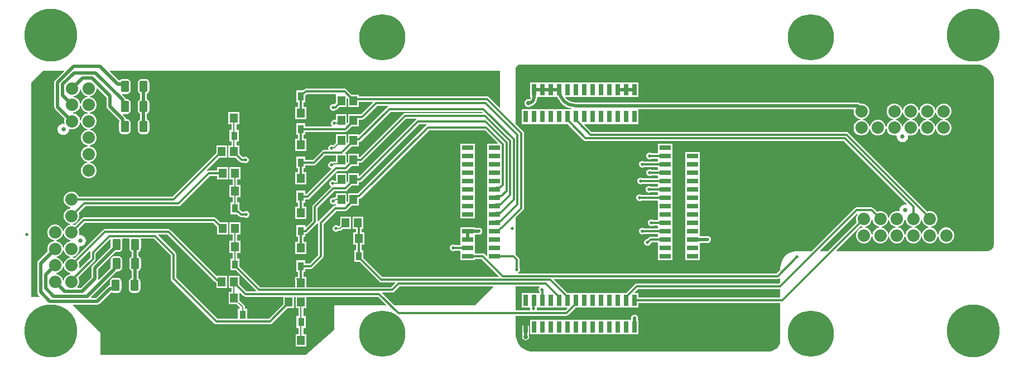
<source format=gtl>
G04*
G04 #@! TF.GenerationSoftware,Altium Limited,Altium Designer,23.11.1 (41)*
G04*
G04 Layer_Physical_Order=1*
G04 Layer_Color=255*
%FSLAX44Y44*%
%MOMM*%
G71*
G04*
G04 #@! TF.SameCoordinates,67C3E342-4779-4E5F-A12F-953D3FBABCF8*
G04*
G04*
G04 #@! TF.FilePolarity,Positive*
G04*
G01*
G75*
%ADD11C,0.2000*%
%ADD12C,0.3000*%
%ADD13R,1.1500X1.3500*%
%ADD14R,0.9000X1.3000*%
%ADD15R,0.7400X1.7000*%
%ADD16R,1.7000X0.7400*%
G04:AMPARAMS|DCode=17|XSize=1.75mm|YSize=1.25mm|CornerRadius=0.3125mm|HoleSize=0mm|Usage=FLASHONLY|Rotation=90.000|XOffset=0mm|YOffset=0mm|HoleType=Round|Shape=RoundedRectangle|*
%AMROUNDEDRECTD17*
21,1,1.7500,0.6250,0,0,90.0*
21,1,1.1250,1.2500,0,0,90.0*
1,1,0.6250,0.3125,0.5625*
1,1,0.6250,0.3125,-0.5625*
1,1,0.6250,-0.3125,-0.5625*
1,1,0.6250,-0.3125,0.5625*
%
%ADD17ROUNDEDRECTD17*%
%ADD29C,0.5000*%
%ADD30C,1.8750*%
%ADD31C,0.6750*%
%ADD32C,7.0000*%
%ADD33C,8.0000*%
%ADD34C,0.5000*%
%ADD35C,0.7000*%
G36*
X731520Y390415D02*
X730347Y389929D01*
X714773Y405503D01*
X713436Y406396D01*
X711860Y406709D01*
X517540D01*
Y409290D01*
X506785D01*
X499143Y416933D01*
X497806Y417826D01*
X496230Y418139D01*
X437120D01*
X435544Y417826D01*
X434207Y416933D01*
X432794Y415519D01*
X432500D01*
X432102Y415440D01*
X422460D01*
Y397360D01*
X425381D01*
Y390290D01*
X420960D01*
Y371710D01*
X437540D01*
Y390290D01*
X433619D01*
Y397360D01*
X436540D01*
Y407904D01*
X437413Y408487D01*
X438826Y409901D01*
X481443D01*
X482460Y409290D01*
Y396535D01*
X480544Y394619D01*
X479793Y394930D01*
X477788D01*
X475935Y394163D01*
X474517Y392745D01*
X473750Y390892D01*
Y388887D01*
X474517Y387035D01*
X475935Y385617D01*
X477788Y384850D01*
X479793D01*
X481645Y385617D01*
X481838Y385810D01*
X483216Y386084D01*
X484553Y386977D01*
X488285Y390710D01*
X499040D01*
Y403333D01*
X500252Y403867D01*
X500960Y403299D01*
Y390710D01*
X517540D01*
Y398471D01*
X538306D01*
X538792Y397298D01*
X520864Y379369D01*
X513500D01*
X513102Y379290D01*
X500960D01*
Y366701D01*
X500252Y366133D01*
X499040Y366667D01*
Y379290D01*
X482460D01*
Y371364D01*
X481404Y370658D01*
X481063Y370800D01*
X479058D01*
X477205Y370033D01*
X475787Y368615D01*
X475020Y366763D01*
Y364757D01*
X475787Y362905D01*
X476433Y362259D01*
X475907Y360989D01*
X436540D01*
Y365910D01*
X422460D01*
Y347830D01*
X425381D01*
Y342030D01*
X420960D01*
Y323450D01*
X437540D01*
Y342030D01*
X433619D01*
Y347830D01*
X436540D01*
Y352751D01*
X497120D01*
X498696Y353064D01*
X500033Y353957D01*
X506785Y360710D01*
X517540D01*
Y371131D01*
X522570D01*
X524146Y371444D01*
X525483Y372337D01*
X545266Y392121D01*
X561462D01*
X561848Y390851D01*
X560967Y390263D01*
X518713Y348009D01*
X517540Y348495D01*
Y349290D01*
X500960D01*
Y336701D01*
X500252Y336133D01*
X499040Y336667D01*
Y349290D01*
X482460D01*
Y335814D01*
X478732Y332087D01*
X477253Y332700D01*
X475247D01*
X473395Y331933D01*
X471977Y330515D01*
X471210Y328662D01*
Y326657D01*
X471497Y325965D01*
X470791Y324909D01*
X464300D01*
X462724Y324596D01*
X461387Y323703D01*
X447874Y310189D01*
X436540D01*
Y315110D01*
X422460D01*
Y297030D01*
X425381D01*
Y291230D01*
X420960D01*
Y272650D01*
X437540D01*
Y291230D01*
X433619D01*
Y297030D01*
X436540D01*
Y301951D01*
X449580D01*
X451156Y302264D01*
X452493Y303157D01*
X466006Y316671D01*
X482460D01*
Y307859D01*
X479052D01*
X477671Y307585D01*
X477245Y307300D01*
X475247D01*
X473395Y306533D01*
X471977Y305115D01*
X471210Y303263D01*
Y301257D01*
X471977Y299405D01*
X473395Y297987D01*
X475086Y297287D01*
X475641Y296047D01*
X437810Y258215D01*
X436540Y258351D01*
Y263040D01*
X422460D01*
Y244960D01*
X425131D01*
Y239160D01*
X420960D01*
Y220580D01*
X437540D01*
Y239160D01*
X433369D01*
Y244960D01*
X436540D01*
Y249881D01*
X439420D01*
X440996Y250194D01*
X442333Y251087D01*
X484306Y293061D01*
X497430D01*
X499006Y293374D01*
X500343Y294267D01*
X506785Y300710D01*
X517540D01*
Y305881D01*
X520820D01*
X522396Y306194D01*
X523733Y307087D01*
X589716Y373071D01*
X604642D01*
X605028Y371801D01*
X604147Y371213D01*
X518713Y285779D01*
X517540Y286265D01*
Y289290D01*
X500960D01*
Y276701D01*
X500252Y276133D01*
X499040Y276667D01*
Y289290D01*
X482460D01*
Y277929D01*
X481038D01*
X480375Y278593D01*
X478522Y279360D01*
X476517D01*
X474665Y278593D01*
X473247Y277175D01*
X472480Y275322D01*
Y273318D01*
X473247Y271465D01*
X474665Y270047D01*
X474858Y268593D01*
X447937Y241673D01*
X447044Y240336D01*
X446731Y238760D01*
Y217606D01*
X437713Y208589D01*
X436540Y209075D01*
Y210970D01*
X422460D01*
Y192890D01*
X425381D01*
Y185820D01*
X420960D01*
Y167240D01*
X437540D01*
Y185820D01*
X433619D01*
Y192890D01*
X436540D01*
Y197811D01*
X436880D01*
X438456Y198124D01*
X439793Y199017D01*
X453763Y212987D01*
X454351Y213868D01*
X455621Y213482D01*
Y165536D01*
X442794Y152709D01*
X436540D01*
Y157630D01*
X422460D01*
Y139550D01*
X425381D01*
Y132576D01*
X425360Y132559D01*
X424360D01*
X423962Y132480D01*
X420960D01*
Y130623D01*
X420554Y130016D01*
X420241Y128440D01*
X420554Y126864D01*
X420960Y126257D01*
Y116519D01*
X367976D01*
X336580Y147915D01*
Y160170D01*
X333149D01*
Y168510D01*
X337580D01*
Y187090D01*
X333149D01*
Y196450D01*
X337540D01*
Y215030D01*
X320960D01*
Y196450D01*
X325931D01*
Y187090D01*
X321000D01*
Y168510D01*
X325931D01*
Y160170D01*
X322500D01*
Y142090D01*
X330755D01*
X361332Y111512D01*
X360846Y110339D01*
X346966D01*
X336310Y120995D01*
Y133750D01*
X319730D01*
Y115170D01*
X324411D01*
Y109620D01*
X319730D01*
Y91040D01*
X331206D01*
X337006Y85240D01*
X336503Y83970D01*
X333930D01*
Y68509D01*
X303076D01*
X240339Y131246D01*
Y166370D01*
X240026Y167946D01*
X239133Y169283D01*
X213048Y195368D01*
X213534Y196541D01*
X226894D01*
X299029Y124406D01*
X300365Y123513D01*
X301230Y123341D01*
Y115170D01*
X317810D01*
Y133750D01*
X301335D01*
X231513Y203573D01*
X230176Y204466D01*
X228600Y204779D01*
X132370D01*
X130794Y204466D01*
X129457Y203573D01*
X86529Y160645D01*
X86099Y160893D01*
X83215Y161666D01*
X83167Y162062D01*
Y162518D01*
X83215Y162914D01*
X86099Y163687D01*
X88816Y165256D01*
X91034Y167474D01*
X92603Y170191D01*
X93415Y173221D01*
Y176359D01*
X93032Y177788D01*
X94089Y178750D01*
X96024D01*
X98196Y179332D01*
X100144Y180456D01*
X101734Y182046D01*
X102858Y183994D01*
X103440Y186166D01*
Y188414D01*
X102858Y190586D01*
X101734Y192534D01*
X100144Y194124D01*
X98196Y195248D01*
X96024Y195830D01*
X94089D01*
X93032Y196792D01*
X93415Y198221D01*
Y201359D01*
X92603Y204389D01*
X92355Y204819D01*
X101856Y214321D01*
X296344D01*
X302460Y208205D01*
Y196450D01*
X319040D01*
Y215030D01*
X307285D01*
X300963Y221353D01*
X299626Y222246D01*
X298050Y222559D01*
X100150D01*
X98574Y222246D01*
X97237Y221353D01*
X86529Y210645D01*
X86099Y210893D01*
X83215Y211666D01*
X83167Y212062D01*
Y212518D01*
X83215Y212914D01*
X86099Y213687D01*
X88816Y215256D01*
X91034Y217474D01*
X92603Y220191D01*
X93415Y223221D01*
Y226359D01*
X92603Y229389D01*
X92355Y229819D01*
X102256Y239721D01*
X243840D01*
X245416Y240034D01*
X246753Y240927D01*
X291266Y285441D01*
X302460D01*
Y280270D01*
X319040D01*
Y298850D01*
X302460D01*
Y293679D01*
X289560D01*
X287984Y293366D01*
X287692Y293171D01*
X286883Y294157D01*
X306015Y313290D01*
X317770D01*
Y331870D01*
X301190D01*
Y320115D01*
X234984Y253909D01*
X92732D01*
X92603Y254389D01*
X91034Y257106D01*
X88816Y259324D01*
X86099Y260893D01*
X83069Y261705D01*
X79931D01*
X76901Y260893D01*
X74184Y259324D01*
X71966Y257106D01*
X70397Y254389D01*
X69585Y251359D01*
Y248221D01*
X70397Y245191D01*
X71966Y242474D01*
X74184Y240256D01*
X76901Y238687D01*
X79785Y237914D01*
X79833Y237518D01*
Y237062D01*
X79785Y236666D01*
X76901Y235893D01*
X74184Y234324D01*
X71966Y232106D01*
X70397Y229389D01*
X69585Y226359D01*
Y223221D01*
X70397Y220191D01*
X71966Y217474D01*
X74184Y215256D01*
X76901Y213687D01*
X79785Y212914D01*
X79833Y212518D01*
Y212062D01*
X79785Y211666D01*
X76901Y210893D01*
X74184Y209324D01*
X71966Y207106D01*
X70397Y204389D01*
X69624Y201505D01*
X69228Y201457D01*
X68772D01*
X68376Y201505D01*
X67603Y204389D01*
X66034Y207106D01*
X63816Y209324D01*
X61099Y210893D01*
X58069Y211705D01*
X54931D01*
X51901Y210893D01*
X49184Y209324D01*
X46966Y207106D01*
X45397Y204389D01*
X44585Y201359D01*
Y198221D01*
X45397Y195191D01*
X46966Y192474D01*
X49184Y190256D01*
X51901Y188687D01*
X54785Y187914D01*
X54833Y187518D01*
Y187062D01*
X54785Y186666D01*
X51901Y185893D01*
X49184Y184324D01*
X46966Y182106D01*
X45397Y179389D01*
X44585Y176359D01*
Y173221D01*
X45236Y170793D01*
X30911Y156469D01*
X29797Y154802D01*
X29406Y152835D01*
Y108965D01*
X29797Y106999D01*
X30911Y105331D01*
X33470Y102773D01*
X32983Y101600D01*
X20320D01*
Y427990D01*
X38100Y445770D01*
X69574D01*
X70060Y444597D01*
X56961Y431498D01*
X55847Y429831D01*
X55456Y427864D01*
Y390725D01*
X55847Y388759D01*
X56961Y387091D01*
X71286Y372767D01*
X70635Y370339D01*
Y367201D01*
X71018Y365772D01*
X69961Y364810D01*
X68026D01*
X65854Y364228D01*
X63906Y363104D01*
X62316Y361514D01*
X61192Y359566D01*
X60610Y357394D01*
Y355146D01*
X61192Y352974D01*
X62316Y351026D01*
X63906Y349436D01*
X65854Y348312D01*
X68026Y347730D01*
X70274D01*
X72446Y348312D01*
X74394Y349436D01*
X75984Y351026D01*
X77108Y352974D01*
X77690Y355146D01*
Y356422D01*
X78959Y357397D01*
X80981Y356855D01*
X84119D01*
X87149Y357667D01*
X89866Y359236D01*
X92084Y361454D01*
X93653Y364171D01*
X94426Y367055D01*
X94822Y367103D01*
X95278D01*
X95674Y367055D01*
X96447Y364171D01*
X98016Y361454D01*
X100234Y359236D01*
X102951Y357667D01*
X105835Y356894D01*
X105883Y356498D01*
Y356042D01*
X105835Y355646D01*
X102951Y354873D01*
X100234Y353304D01*
X98016Y351086D01*
X96447Y348369D01*
X95635Y345339D01*
Y342201D01*
X96447Y339171D01*
X98016Y336454D01*
X100234Y334236D01*
X102951Y332667D01*
X105835Y331894D01*
X105883Y331498D01*
Y331042D01*
X105835Y330646D01*
X102951Y329873D01*
X100234Y328304D01*
X98016Y326086D01*
X96447Y323369D01*
X95635Y320339D01*
Y317201D01*
X96447Y314171D01*
X98016Y311454D01*
X100234Y309236D01*
X102951Y307667D01*
X105835Y306894D01*
X105883Y306498D01*
Y306042D01*
X105835Y305646D01*
X102951Y304873D01*
X100234Y303304D01*
X98016Y301086D01*
X96447Y298369D01*
X95635Y295339D01*
Y292201D01*
X96447Y289171D01*
X98016Y286454D01*
X100234Y284236D01*
X102951Y282667D01*
X105981Y281855D01*
X109119D01*
X112149Y282667D01*
X114866Y284236D01*
X117084Y286454D01*
X118653Y289171D01*
X119465Y292201D01*
Y295339D01*
X118653Y298369D01*
X117084Y301086D01*
X114866Y303304D01*
X112149Y304873D01*
X109265Y305646D01*
X109217Y306042D01*
Y306498D01*
X109265Y306894D01*
X112149Y307667D01*
X114866Y309236D01*
X117084Y311454D01*
X118653Y314171D01*
X119465Y317201D01*
Y320339D01*
X118653Y323369D01*
X117084Y326086D01*
X114866Y328304D01*
X112149Y329873D01*
X109265Y330646D01*
X109217Y331042D01*
Y331498D01*
X109265Y331894D01*
X112149Y332667D01*
X114866Y334236D01*
X117084Y336454D01*
X118653Y339171D01*
X119465Y342201D01*
Y345339D01*
X118653Y348369D01*
X117084Y351086D01*
X114866Y353304D01*
X112149Y354873D01*
X109265Y355646D01*
X109217Y356042D01*
Y356498D01*
X109265Y356894D01*
X112149Y357667D01*
X114866Y359236D01*
X117084Y361454D01*
X118653Y364171D01*
X119465Y367201D01*
Y370339D01*
X118653Y373369D01*
X117084Y376086D01*
X114866Y378304D01*
X112149Y379873D01*
X109265Y380646D01*
X109217Y381042D01*
Y381498D01*
X109265Y381894D01*
X112149Y382667D01*
X114866Y384236D01*
X117084Y386454D01*
X118653Y389171D01*
X119465Y392201D01*
Y395339D01*
X118653Y398369D01*
X117084Y401086D01*
X114866Y403304D01*
X112149Y404873D01*
X109265Y405646D01*
X109217Y406042D01*
Y406498D01*
X109265Y406894D01*
X112149Y407667D01*
X114866Y409236D01*
X117084Y411454D01*
X118653Y414171D01*
X119465Y417201D01*
Y418314D01*
X120638Y418800D01*
X134561Y404877D01*
Y391160D01*
X134952Y389193D01*
X136066Y387526D01*
X154203Y369389D01*
Y369091D01*
X153819Y368515D01*
X153379Y366305D01*
Y355055D01*
X153819Y352845D01*
X155071Y350971D01*
X156945Y349719D01*
X159155Y349279D01*
X165405D01*
X167615Y349719D01*
X169489Y350971D01*
X170741Y352845D01*
X171181Y355055D01*
Y366305D01*
X170741Y368515D01*
X169489Y370389D01*
X167615Y371641D01*
X165405Y372081D01*
X164369D01*
X164090Y373484D01*
X162976Y375152D01*
X159638Y378489D01*
X160164Y379759D01*
X165405D01*
X167615Y380199D01*
X169489Y381451D01*
X170741Y383325D01*
X171181Y385535D01*
Y396785D01*
X170741Y398995D01*
X169489Y400869D01*
X167615Y402121D01*
X165405Y402561D01*
X163775D01*
X163663Y403121D01*
X162549Y404788D01*
X158204Y409133D01*
X158830Y410304D01*
X159155Y410239D01*
X165405D01*
X167615Y410679D01*
X169489Y411931D01*
X170741Y413805D01*
X171181Y416015D01*
Y427265D01*
X170741Y429475D01*
X169489Y431349D01*
X167615Y432601D01*
X165405Y433041D01*
X159155D01*
X156945Y432601D01*
X155071Y431349D01*
X154756Y430878D01*
X153125Y430723D01*
X139251Y444597D01*
X139737Y445770D01*
X731520D01*
Y390415D01*
D02*
G37*
G36*
X95674Y417055D02*
X96447Y414171D01*
X98016Y411454D01*
X100234Y409236D01*
X102951Y407667D01*
X105835Y406894D01*
X105883Y406498D01*
Y406042D01*
X105835Y405646D01*
X102951Y404873D01*
X100234Y403304D01*
X98016Y401086D01*
X96447Y398369D01*
X95674Y395485D01*
X95278Y395437D01*
X94822D01*
X94426Y395485D01*
X93653Y398369D01*
X92084Y401086D01*
X89866Y403304D01*
X87149Y404873D01*
X84265Y405646D01*
X84217Y406042D01*
Y406498D01*
X84265Y406894D01*
X87149Y407667D01*
X89866Y409236D01*
X92084Y411454D01*
X93653Y414171D01*
X94426Y417055D01*
X94822Y417103D01*
X95278D01*
X95674Y417055D01*
D02*
G37*
G36*
Y392055D02*
X96447Y389171D01*
X98016Y386454D01*
X100234Y384236D01*
X102951Y382667D01*
X105835Y381894D01*
X105883Y381498D01*
Y381042D01*
X105835Y380646D01*
X102951Y379873D01*
X100234Y378304D01*
X98016Y376086D01*
X96447Y373369D01*
X95674Y370485D01*
X95278Y370437D01*
X94822D01*
X94426Y370485D01*
X93653Y373369D01*
X92084Y376086D01*
X89866Y378304D01*
X87149Y379873D01*
X84265Y380646D01*
X84217Y381042D01*
Y381498D01*
X84265Y381894D01*
X87149Y382667D01*
X89866Y384236D01*
X92084Y386454D01*
X93653Y389171D01*
X94426Y392055D01*
X94822Y392103D01*
X95278D01*
X95674Y392055D01*
D02*
G37*
G36*
X705040Y382519D02*
X704508Y381309D01*
X588010D01*
X586434Y380996D01*
X585097Y380103D01*
X519114Y314119D01*
X517540D01*
Y319290D01*
X500960D01*
Y306701D01*
X500252Y306133D01*
X499040Y306667D01*
Y319290D01*
X497025D01*
X496539Y320463D01*
X506785Y330710D01*
X517540D01*
Y337094D01*
X517743D01*
X519319Y337407D01*
X520655Y338300D01*
X565586Y383231D01*
X704469D01*
X705040Y382519D01*
D02*
G37*
G36*
X620268Y362911D02*
X619387Y362323D01*
X516355Y259290D01*
X500960D01*
Y246701D01*
X500252Y246133D01*
X499040Y246667D01*
Y259290D01*
X482460D01*
Y253609D01*
X481952D01*
X480571Y253335D01*
X479606Y252690D01*
X477788D01*
X475935Y251923D01*
X474517Y250505D01*
X473750Y248652D01*
Y246647D01*
X474517Y244795D01*
X475935Y243377D01*
X477788Y242610D01*
X479793D01*
X481190Y243189D01*
X482460Y242533D01*
Y240710D01*
X481709Y240706D01*
X481697Y240706D01*
X481230Y240613D01*
X480120Y240392D01*
X478784Y239499D01*
X456827Y217543D01*
X456239Y216662D01*
X454969Y217048D01*
Y237054D01*
X480383Y262467D01*
X496837D01*
X498413Y262781D01*
X499749Y263674D01*
X506785Y270710D01*
X517540D01*
Y275881D01*
X518760D01*
X520336Y276194D01*
X521673Y277087D01*
X608766Y364181D01*
X619882D01*
X620268Y362911D01*
D02*
G37*
G36*
X728235Y336123D02*
X727749Y334950D01*
X712520D01*
Y322470D01*
X712520D01*
Y322250D01*
X712520D01*
Y309770D01*
X712520D01*
Y309550D01*
X712520D01*
Y297070D01*
X712520D01*
Y296850D01*
X712520D01*
Y284370D01*
X712520D01*
Y284150D01*
X712520D01*
Y271670D01*
X712520Y271670D01*
Y271450D01*
X712520D01*
X712520Y270400D01*
Y258970D01*
X712520Y258970D01*
Y258750D01*
X712520D01*
X712520Y257700D01*
Y246270D01*
X712520Y246270D01*
Y246050D01*
X712520D01*
X712520Y245000D01*
Y233570D01*
X712520Y233570D01*
Y233350D01*
X712520D01*
X712520Y232300D01*
Y220870D01*
X712520Y220870D01*
Y220650D01*
X712520D01*
X712520Y219600D01*
Y208170D01*
X712520Y208170D01*
Y207950D01*
X712520D01*
X712520Y206900D01*
Y195470D01*
X712520D01*
Y195250D01*
X712520D01*
Y182770D01*
X712520D01*
Y182550D01*
X712520D01*
Y170070D01*
X712520D01*
Y169850D01*
X712520D01*
Y164221D01*
X711347Y163735D01*
X708559Y166523D01*
X707223Y167416D01*
X705647Y167729D01*
X694498D01*
X693600Y168627D01*
X693600Y169850D01*
X693600Y171120D01*
Y181500D01*
X693600Y182550D01*
X693600Y183820D01*
Y195250D01*
X693600D01*
Y195301D01*
X694007Y196571D01*
X699550D01*
Y196567D01*
X701602Y196975D01*
X702620Y197655D01*
X702625Y197657D01*
X702628Y197661D01*
X703342Y198138D01*
X703819Y198852D01*
X704043Y199075D01*
X704164Y199367D01*
X704505Y199878D01*
X704625Y200480D01*
X704810Y200928D01*
X704913Y201930D01*
X704909D01*
X704810Y202426D01*
Y202932D01*
X704616Y203400D01*
X704518Y203897D01*
X704236Y204317D01*
X704043Y204785D01*
X703685Y205143D01*
X703404Y205564D01*
X702983Y205845D01*
X702625Y206203D01*
X702157Y206396D01*
X701737Y206678D01*
X701240Y206776D01*
X700772Y206970D01*
X700266D01*
X699770Y207069D01*
X699550Y207249D01*
Y207285D01*
X698767Y206970D01*
X698475Y206849D01*
X693600D01*
Y207950D01*
X671520D01*
Y195470D01*
X671520D01*
Y195250D01*
X671520D01*
Y183820D01*
X671520Y182770D01*
X671520Y181422D01*
X670622Y180524D01*
X663503D01*
X663255Y180773D01*
X661403Y181540D01*
X659398D01*
X657545Y180773D01*
X656127Y179355D01*
X655360Y177502D01*
Y175497D01*
X656127Y173645D01*
X657545Y172227D01*
X659398Y171460D01*
X661403D01*
X663255Y172227D01*
X663314Y172286D01*
X670622D01*
X671520Y171388D01*
X671520Y170070D01*
X671520Y168800D01*
Y157370D01*
X693600D01*
Y159491D01*
X703940D01*
X730329Y133103D01*
X729843Y131929D01*
X553226D01*
X524540Y160615D01*
Y172870D01*
X521619D01*
Y181210D01*
X525540D01*
Y199790D01*
X521619D01*
Y205340D01*
X524270D01*
Y223920D01*
X507690D01*
Y205340D01*
X513381D01*
Y199790D01*
X508960D01*
Y181210D01*
X513381D01*
Y172870D01*
X510460D01*
Y154790D01*
X518715D01*
X548607Y124897D01*
X549944Y124004D01*
X551520Y123691D01*
X572136D01*
X572622Y122517D01*
X566624Y116519D01*
X437540D01*
Y132480D01*
X433619D01*
Y139550D01*
X436540D01*
Y144471D01*
X444500D01*
X446076Y144784D01*
X447413Y145677D01*
X462653Y160917D01*
X463546Y162254D01*
X463859Y163830D01*
Y212924D01*
X483403Y232468D01*
X496837D01*
X498413Y232781D01*
X499749Y233674D01*
X506785Y240710D01*
X517540D01*
Y250500D01*
X519078Y250806D01*
X520415Y251699D01*
X624006Y355291D01*
X709067D01*
X728235Y336123D01*
D02*
G37*
G36*
X69624Y198075D02*
X70397Y195191D01*
X71966Y192474D01*
X74184Y190256D01*
X76901Y188687D01*
X79785Y187914D01*
X79833Y187518D01*
Y187062D01*
X79785Y186666D01*
X76901Y185893D01*
X74184Y184324D01*
X71966Y182106D01*
X70397Y179389D01*
X69624Y176505D01*
X69228Y176457D01*
X68772D01*
X68376Y176505D01*
X67603Y179389D01*
X66034Y182106D01*
X63816Y184324D01*
X61099Y185893D01*
X58215Y186666D01*
X58167Y187062D01*
Y187518D01*
X58215Y187914D01*
X61099Y188687D01*
X63816Y190256D01*
X66034Y192474D01*
X67603Y195191D01*
X68376Y198075D01*
X68772Y198123D01*
X69228D01*
X69624Y198075D01*
D02*
G37*
G36*
Y173075D02*
X70397Y170191D01*
X71966Y167474D01*
X74184Y165256D01*
X76901Y163687D01*
X79785Y162914D01*
X79833Y162518D01*
Y162062D01*
X79785Y161666D01*
X76901Y160893D01*
X74184Y159324D01*
X71966Y157106D01*
X70397Y154389D01*
X69624Y151505D01*
X69228Y151457D01*
X68772D01*
X68376Y151505D01*
X67603Y154389D01*
X66034Y157106D01*
X63816Y159324D01*
X61099Y160893D01*
X58215Y161666D01*
X58167Y162062D01*
Y162518D01*
X58215Y162914D01*
X61099Y163687D01*
X63816Y165256D01*
X66034Y167474D01*
X67603Y170191D01*
X68376Y173075D01*
X68772Y173123D01*
X69228D01*
X69624Y173075D01*
D02*
G37*
G36*
X110048Y170716D02*
X109881Y169880D01*
Y161427D01*
X94017Y145563D01*
X92879Y146220D01*
X93415Y148221D01*
Y151359D01*
X92603Y154389D01*
X92355Y154819D01*
X108877Y171342D01*
X110048Y170716D01*
D02*
G37*
G36*
X69624Y148075D02*
X70397Y145191D01*
X71966Y142474D01*
X74184Y140256D01*
X76901Y138687D01*
X79785Y137914D01*
X79833Y137518D01*
Y137062D01*
X79785Y136666D01*
X76901Y135893D01*
X74184Y134324D01*
X71966Y132106D01*
X70397Y129389D01*
X69624Y126505D01*
X69228Y126457D01*
X68772D01*
X68376Y126505D01*
X67603Y129389D01*
X66034Y132106D01*
X63816Y134324D01*
X61099Y135893D01*
X58215Y136666D01*
X58167Y137062D01*
Y137518D01*
X58215Y137914D01*
X61099Y138687D01*
X63816Y140256D01*
X66034Y142474D01*
X67603Y145191D01*
X68376Y148075D01*
X68772Y148123D01*
X69228D01*
X69624Y148075D01*
D02*
G37*
G36*
X139874Y189389D02*
X140825Y187967D01*
X140679Y187235D01*
Y177156D01*
X113210Y149687D01*
X112096Y148020D01*
X111705Y146053D01*
Y131672D01*
X95547Y115514D01*
X90733D01*
X90247Y116687D01*
X91034Y117474D01*
X92603Y120191D01*
X93415Y123221D01*
Y126359D01*
X92603Y129389D01*
X91465Y131360D01*
X116913Y156808D01*
X117806Y158144D01*
X118120Y159720D01*
Y168174D01*
X139421Y189476D01*
X139874Y189389D01*
D02*
G37*
G36*
X232101Y164664D02*
Y129540D01*
X232414Y127964D01*
X233307Y126627D01*
X298457Y61477D01*
X299794Y60584D01*
X301370Y60271D01*
X382530D01*
X384106Y60584D01*
X385443Y61477D01*
X408655Y84690D01*
X419410D01*
Y102101D01*
X421330D01*
Y84690D01*
X426011D01*
Y72540D01*
X422830D01*
Y54460D01*
X426011D01*
Y44850D01*
X421330D01*
Y26270D01*
X437910D01*
Y44850D01*
X433229D01*
Y54460D01*
X436910D01*
Y72540D01*
X433229D01*
Y84690D01*
X437910D01*
Y102101D01*
X546505D01*
X558532Y90073D01*
X558046Y88900D01*
X480060D01*
Y52070D01*
X436880Y13970D01*
X125730D01*
Y46990D01*
X83737Y88983D01*
X84223Y90156D01*
X120695D01*
X122662Y90547D01*
X124329Y91661D01*
X141926Y109258D01*
X141998D01*
X143255Y108419D01*
X145465Y107979D01*
X151715D01*
X153925Y108419D01*
X155799Y109671D01*
X157051Y111545D01*
X157491Y113755D01*
Y125005D01*
X157051Y127215D01*
X155799Y129089D01*
X153925Y130341D01*
X151715Y130781D01*
X145465D01*
X143255Y130341D01*
X141381Y129089D01*
X140129Y127215D01*
X139689Y125005D01*
Y119514D01*
X137830Y119145D01*
X136163Y118031D01*
X118567Y100434D01*
X111900D01*
X111414Y101607D01*
X149850Y140042D01*
X150489Y140999D01*
X152705D01*
X154915Y141439D01*
X156789Y142691D01*
X158041Y144565D01*
X158481Y146775D01*
Y158025D01*
X158041Y160235D01*
X156789Y162109D01*
X154915Y163361D01*
X152705Y163801D01*
X146455D01*
X144245Y163361D01*
X142371Y162109D01*
X141119Y160235D01*
X140679Y158025D01*
Y146775D01*
X140906Y145633D01*
X122895Y127622D01*
X121724Y128248D01*
X121982Y129543D01*
Y143925D01*
X148266Y170209D01*
X152705D01*
X154915Y170649D01*
X156789Y171901D01*
X158041Y173775D01*
X158481Y175985D01*
Y187235D01*
X158128Y189011D01*
X158894Y190281D01*
X168766D01*
X169532Y189011D01*
X169179Y187235D01*
Y175985D01*
X169619Y173775D01*
X170871Y171901D01*
X172661Y170704D01*
Y163306D01*
X170871Y162109D01*
X169619Y160235D01*
X169179Y158025D01*
Y146775D01*
X169619Y144565D01*
X170871Y142691D01*
X172661Y141494D01*
Y130522D01*
X171755Y130341D01*
X169881Y129089D01*
X168629Y127215D01*
X168189Y125005D01*
Y113755D01*
X168629Y111545D01*
X169881Y109671D01*
X171755Y108419D01*
X173965Y107979D01*
X180215D01*
X182425Y108419D01*
X184299Y109671D01*
X185551Y111545D01*
X185991Y113755D01*
Y125005D01*
X185551Y127215D01*
X184299Y129089D01*
X182939Y129998D01*
Y141344D01*
X183415Y141439D01*
X185289Y142691D01*
X186541Y144565D01*
X186981Y146775D01*
Y158025D01*
X186541Y160235D01*
X185289Y162109D01*
X183415Y163361D01*
X182939Y163456D01*
Y170554D01*
X183415Y170649D01*
X185289Y171901D01*
X186541Y173775D01*
X186981Y175985D01*
Y187235D01*
X186628Y189011D01*
X187394Y190281D01*
X206484D01*
X232101Y164664D01*
D02*
G37*
G36*
X721148Y116628D02*
X693420Y88900D01*
X571356D01*
X553149Y107107D01*
X553635Y108281D01*
X568330D01*
X569906Y108594D01*
X571243Y109487D01*
X579556Y117801D01*
X720661D01*
X721148Y116628D01*
D02*
G37*
G36*
X342347Y103307D02*
X343684Y102414D01*
X345260Y102101D01*
X402830D01*
Y90515D01*
X380824Y68509D01*
X348010D01*
Y83970D01*
X344579D01*
Y86380D01*
X344305Y87761D01*
X343522Y88932D01*
X336310Y96144D01*
Y107685D01*
X337483Y108171D01*
X342347Y103307D01*
D02*
G37*
G36*
X1462829Y453684D02*
X1467451Y451769D01*
X1471611Y448989D01*
X1475149Y445452D01*
X1477929Y441291D01*
X1479844Y436669D01*
X1480820Y431762D01*
Y429260D01*
Y181610D01*
Y180609D01*
X1480430Y178646D01*
X1479664Y176797D01*
X1478552Y175133D01*
X1477137Y173718D01*
X1475473Y172606D01*
X1473624Y171840D01*
X1471661Y171450D01*
X1242355D01*
X1241869Y172623D01*
X1278671Y209425D01*
X1279101Y209177D01*
X1281985Y208404D01*
X1282033Y208008D01*
Y207552D01*
X1281985Y207156D01*
X1279101Y206383D01*
X1276384Y204814D01*
X1274166Y202596D01*
X1272597Y199879D01*
X1271785Y196849D01*
Y193711D01*
X1272597Y190681D01*
X1274166Y187964D01*
X1276384Y185746D01*
X1279101Y184177D01*
X1282131Y183365D01*
X1285269D01*
X1288299Y184177D01*
X1291016Y185746D01*
X1293234Y187964D01*
X1294803Y190681D01*
X1295576Y193565D01*
X1295972Y193613D01*
X1296428D01*
X1296824Y193565D01*
X1297597Y190681D01*
X1299166Y187964D01*
X1301384Y185746D01*
X1304101Y184177D01*
X1307131Y183365D01*
X1310269D01*
X1313299Y184177D01*
X1316016Y185746D01*
X1318234Y187964D01*
X1319803Y190681D01*
X1320576Y193565D01*
X1320972Y193613D01*
X1321428D01*
X1321824Y193565D01*
X1322597Y190681D01*
X1324166Y187964D01*
X1326384Y185746D01*
X1329101Y184177D01*
X1332131Y183365D01*
X1335269D01*
X1338299Y184177D01*
X1341016Y185746D01*
X1343234Y187964D01*
X1344803Y190681D01*
X1345576Y193565D01*
X1345972Y193613D01*
X1346428D01*
X1346824Y193565D01*
X1347597Y190681D01*
X1349166Y187964D01*
X1351384Y185746D01*
X1354101Y184177D01*
X1357131Y183365D01*
X1360269D01*
X1363299Y184177D01*
X1366016Y185746D01*
X1368234Y187964D01*
X1369803Y190681D01*
X1370576Y193565D01*
X1370972Y193613D01*
X1371428D01*
X1371824Y193565D01*
X1372597Y190681D01*
X1374166Y187964D01*
X1376384Y185746D01*
X1379101Y184177D01*
X1382131Y183365D01*
X1385269D01*
X1388299Y184177D01*
X1391016Y185746D01*
X1393234Y187964D01*
X1394803Y190681D01*
X1395576Y193565D01*
X1395972Y193613D01*
X1396428D01*
X1396824Y193565D01*
X1397597Y190681D01*
X1399166Y187964D01*
X1401384Y185746D01*
X1404101Y184177D01*
X1407131Y183365D01*
X1410269D01*
X1413299Y184177D01*
X1416016Y185746D01*
X1418234Y187964D01*
X1419803Y190681D01*
X1420615Y193711D01*
Y196849D01*
X1419803Y199879D01*
X1418234Y202596D01*
X1416016Y204814D01*
X1413299Y206383D01*
X1410269Y207195D01*
X1407131D01*
X1404101Y206383D01*
X1401384Y204814D01*
X1399166Y202596D01*
X1397597Y199879D01*
X1396824Y196995D01*
X1396428Y196947D01*
X1395972D01*
X1395576Y196995D01*
X1394803Y199879D01*
X1393234Y202596D01*
X1391016Y204814D01*
X1388299Y206383D01*
X1385415Y207156D01*
X1385367Y207552D01*
Y208008D01*
X1385415Y208404D01*
X1388299Y209177D01*
X1391016Y210746D01*
X1393234Y212964D01*
X1394803Y215681D01*
X1395615Y218711D01*
Y221849D01*
X1394803Y224879D01*
X1393234Y227596D01*
X1391016Y229814D01*
X1388299Y231383D01*
X1385269Y232195D01*
X1382131D01*
X1379760Y231560D01*
X1266417Y344903D01*
X1259967Y351353D01*
X1258631Y352246D01*
X1257055Y352559D01*
X870423D01*
X859535Y363447D01*
X860021Y364620D01*
X865650Y364620D01*
X866920Y364620D01*
X877300D01*
X878350Y364620D01*
X879620Y364620D01*
X890000D01*
X891050Y364620D01*
X892320Y364620D01*
X902700D01*
X903750Y364620D01*
X905020Y364620D01*
X915400D01*
X916450Y364620D01*
X917720Y364620D01*
X928100D01*
X929150Y364620D01*
X930420Y364620D01*
X941850D01*
Y386021D01*
X941850Y386700D01*
X942875Y387291D01*
X1267436D01*
X1268210Y386284D01*
X1267975Y385409D01*
Y382271D01*
X1268787Y379241D01*
X1270356Y376524D01*
X1272574Y374306D01*
X1275291Y372737D01*
X1278175Y371964D01*
X1278223Y371568D01*
Y371112D01*
X1278175Y370716D01*
X1275291Y369943D01*
X1272574Y368374D01*
X1270356Y366156D01*
X1268787Y363439D01*
X1267975Y360409D01*
Y357271D01*
X1268787Y354241D01*
X1270356Y351524D01*
X1272574Y349306D01*
X1275291Y347737D01*
X1278321Y346925D01*
X1281459D01*
X1284489Y347737D01*
X1287206Y349306D01*
X1289424Y351524D01*
X1290993Y354241D01*
X1291766Y357125D01*
X1292162Y357173D01*
X1292618D01*
X1293014Y357125D01*
X1293787Y354241D01*
X1295356Y351524D01*
X1297574Y349306D01*
X1300291Y347737D01*
X1303321Y346925D01*
X1306459D01*
X1309489Y347737D01*
X1312206Y349306D01*
X1314424Y351524D01*
X1315993Y354241D01*
X1316766Y357125D01*
X1317162Y357173D01*
X1317618D01*
X1318014Y357125D01*
X1318787Y354241D01*
X1320356Y351524D01*
X1322574Y349306D01*
X1325291Y347737D01*
X1328321Y346925D01*
X1331459D01*
X1332888Y347308D01*
X1333850Y346251D01*
Y344316D01*
X1334432Y342144D01*
X1335556Y340196D01*
X1337146Y338606D01*
X1339094Y337482D01*
X1341266Y336900D01*
X1343514D01*
X1345686Y337482D01*
X1347634Y338606D01*
X1349224Y340196D01*
X1350348Y342144D01*
X1350930Y344316D01*
Y346251D01*
X1351892Y347308D01*
X1353321Y346925D01*
X1356459D01*
X1359489Y347737D01*
X1362206Y349306D01*
X1364424Y351524D01*
X1365993Y354241D01*
X1366766Y357125D01*
X1367162Y357173D01*
X1367618D01*
X1368014Y357125D01*
X1368787Y354241D01*
X1370356Y351524D01*
X1372574Y349306D01*
X1375291Y347737D01*
X1378321Y346925D01*
X1381459D01*
X1384489Y347737D01*
X1387206Y349306D01*
X1389424Y351524D01*
X1390993Y354241D01*
X1391766Y357125D01*
X1392162Y357173D01*
X1392618D01*
X1393014Y357125D01*
X1393787Y354241D01*
X1395356Y351524D01*
X1397574Y349306D01*
X1400291Y347737D01*
X1403321Y346925D01*
X1406459D01*
X1409489Y347737D01*
X1412206Y349306D01*
X1414424Y351524D01*
X1415993Y354241D01*
X1416805Y357271D01*
Y360409D01*
X1415993Y363439D01*
X1414424Y366156D01*
X1412206Y368374D01*
X1409489Y369943D01*
X1406605Y370716D01*
X1406557Y371112D01*
Y371568D01*
X1406605Y371964D01*
X1409489Y372737D01*
X1412206Y374306D01*
X1414424Y376524D01*
X1415993Y379241D01*
X1416805Y382271D01*
Y385409D01*
X1415993Y388439D01*
X1414424Y391156D01*
X1412206Y393374D01*
X1409489Y394943D01*
X1406459Y395755D01*
X1403321D01*
X1400291Y394943D01*
X1397574Y393374D01*
X1395356Y391156D01*
X1393787Y388439D01*
X1393014Y385555D01*
X1392618Y385507D01*
X1392162D01*
X1391766Y385555D01*
X1390993Y388439D01*
X1389424Y391156D01*
X1387206Y393374D01*
X1384489Y394943D01*
X1381459Y395755D01*
X1378321D01*
X1375291Y394943D01*
X1372574Y393374D01*
X1370356Y391156D01*
X1368787Y388439D01*
X1368014Y385555D01*
X1367618Y385507D01*
X1367162D01*
X1366766Y385555D01*
X1365993Y388439D01*
X1364424Y391156D01*
X1362206Y393374D01*
X1359489Y394943D01*
X1356459Y395755D01*
X1353321D01*
X1350291Y394943D01*
X1347574Y393374D01*
X1345356Y391156D01*
X1343787Y388439D01*
X1343014Y385555D01*
X1342618Y385507D01*
X1342162D01*
X1341766Y385555D01*
X1340993Y388439D01*
X1339424Y391156D01*
X1337206Y393374D01*
X1334489Y394943D01*
X1331459Y395755D01*
X1328321D01*
X1325291Y394943D01*
X1322574Y393374D01*
X1320356Y391156D01*
X1318787Y388439D01*
X1317975Y385409D01*
Y382271D01*
X1318787Y379241D01*
X1320356Y376524D01*
X1322574Y374306D01*
X1325291Y372737D01*
X1328175Y371964D01*
X1328223Y371568D01*
Y371112D01*
X1328175Y370716D01*
X1325291Y369943D01*
X1322574Y368374D01*
X1320356Y366156D01*
X1318787Y363439D01*
X1318014Y360555D01*
X1317618Y360507D01*
X1317162D01*
X1316766Y360555D01*
X1315993Y363439D01*
X1314424Y366156D01*
X1312206Y368374D01*
X1309489Y369943D01*
X1306459Y370755D01*
X1303321D01*
X1300291Y369943D01*
X1297574Y368374D01*
X1295356Y366156D01*
X1293787Y363439D01*
X1293014Y360555D01*
X1292618Y360507D01*
X1292162D01*
X1291766Y360555D01*
X1290993Y363439D01*
X1289424Y366156D01*
X1287206Y368374D01*
X1284489Y369943D01*
X1281605Y370716D01*
X1281557Y371112D01*
Y371568D01*
X1281605Y371964D01*
X1284489Y372737D01*
X1287206Y374306D01*
X1289424Y376524D01*
X1290993Y379241D01*
X1291805Y382271D01*
Y385409D01*
X1290993Y388439D01*
X1289424Y391156D01*
X1287206Y393374D01*
X1284489Y394943D01*
X1281459Y395755D01*
X1278321D01*
X1278203Y395723D01*
X1278174Y395746D01*
X1274858Y397119D01*
X1271300Y397588D01*
Y397569D01*
X845540D01*
X845325Y397526D01*
X841803Y397873D01*
X838210Y398963D01*
X834898Y400733D01*
X831995Y403115D01*
X830882Y404472D01*
X831425Y405620D01*
X839200D01*
X840250Y405620D01*
X841520Y405620D01*
X851900D01*
X852950Y405620D01*
X854220Y405620D01*
X864600D01*
X865650Y405620D01*
X866920Y405620D01*
X877300D01*
X878350Y405620D01*
X879620Y405620D01*
X890000D01*
X891050Y405620D01*
X892320Y405620D01*
X902700D01*
X903750Y405620D01*
X905020Y405620D01*
X916450D01*
Y405620D01*
X916670D01*
Y405620D01*
X929150D01*
Y405620D01*
X929370D01*
Y405620D01*
X941850D01*
Y427700D01*
X929370D01*
Y427700D01*
X929150D01*
Y427700D01*
X916670D01*
Y427700D01*
X916450D01*
Y427700D01*
X905020D01*
X903970Y427700D01*
X902700Y427700D01*
X892320D01*
X891270Y427700D01*
X890000Y427700D01*
X879620D01*
X878570Y427700D01*
X877300Y427700D01*
X866920D01*
X865870Y427700D01*
X864600Y427700D01*
X854220D01*
X853170Y427700D01*
X851900Y427700D01*
X841520D01*
X840470Y427700D01*
X839200Y427700D01*
X827770D01*
X827770Y427700D01*
X827550D01*
Y427700D01*
X826500Y427700D01*
X815070D01*
Y427700D01*
X814850D01*
Y427700D01*
X802370D01*
Y427700D01*
X802150D01*
Y427700D01*
X789670D01*
Y427700D01*
X789450D01*
Y427700D01*
X776970D01*
Y405620D01*
X777322D01*
X778029Y404350D01*
X777849Y403446D01*
X777110Y402340D01*
X776592Y401994D01*
X775901Y402280D01*
X773499D01*
X771279Y401361D01*
X769579Y399661D01*
X768660Y397441D01*
Y395039D01*
X769579Y392819D01*
X771279Y391119D01*
X773499Y390200D01*
X775901D01*
X778121Y391119D01*
X778772Y391770D01*
X781534Y392914D01*
X784364Y395086D01*
X786536Y397917D01*
X787901Y401213D01*
X788367Y404750D01*
X788491Y404869D01*
X789450Y405620D01*
X789670D01*
Y405620D01*
X802150D01*
Y405620D01*
X802370D01*
Y405620D01*
X814850D01*
Y405620D01*
X815070D01*
Y405620D01*
X818431D01*
X819380Y403331D01*
X821787Y399402D01*
X824779Y395899D01*
X828282Y392907D01*
X832211Y390500D01*
X836467Y388736D01*
X839660Y387970D01*
X839510Y386700D01*
X828820D01*
X827770Y386700D01*
X826500Y386700D01*
X816120D01*
X815070Y386700D01*
X813800Y386700D01*
X803420D01*
X802370Y386700D01*
X801100Y386700D01*
X790720D01*
X789670Y386700D01*
X788400Y386700D01*
X778020D01*
X776970Y386700D01*
X775700Y386700D01*
X764270D01*
Y364620D01*
X775700D01*
X776750Y364620D01*
X778020Y364620D01*
X788400D01*
X789450Y364620D01*
X790720Y364620D01*
X801100D01*
X802150Y364620D01*
X803420Y364620D01*
X813800D01*
X814850Y364620D01*
X816120Y364620D01*
X826500D01*
X827550Y364620D01*
X828820Y364620D01*
X834425D01*
X835225Y363820D01*
X836057Y362574D01*
X858644Y339987D01*
X859980Y339094D01*
X861557Y338781D01*
X1253054D01*
X1348657Y243178D01*
X1348000Y242039D01*
X1347324Y242220D01*
X1345076D01*
X1342904Y241638D01*
X1340956Y240514D01*
X1339366Y238924D01*
X1338242Y236976D01*
X1337660Y234804D01*
Y232869D01*
X1336698Y231812D01*
X1335269Y232195D01*
X1332131D01*
X1329101Y231383D01*
X1326384Y229814D01*
X1324166Y227596D01*
X1322597Y224879D01*
X1321824Y221995D01*
X1321428Y221947D01*
X1320972D01*
X1320576Y221995D01*
X1319803Y224879D01*
X1318234Y227596D01*
X1316016Y229814D01*
X1313299Y231383D01*
X1310269Y232195D01*
X1307131D01*
X1304101Y231383D01*
X1303671Y231135D01*
X1298198Y236608D01*
X1296861Y237501D01*
X1295285Y237814D01*
X1272555D01*
X1270979Y237501D01*
X1269642Y236608D01*
X1204485Y171450D01*
X1182370D01*
X1179880Y171328D01*
X1174997Y170356D01*
X1170396Y168451D01*
X1166256Y165685D01*
X1162736Y162164D01*
X1159969Y158024D01*
X1158064Y153423D01*
X1157092Y148540D01*
X1156970Y146050D01*
Y142985D01*
X1151454Y137469D01*
X759284D01*
X759031Y138739D01*
X759775Y139047D01*
X761193Y140465D01*
X761960Y142317D01*
Y144323D01*
X761193Y146175D01*
X761039Y146328D01*
Y158829D01*
X760726Y160405D01*
X759833Y161742D01*
X755650Y165924D01*
Y222761D01*
X766713Y233824D01*
X767606Y235160D01*
X767919Y236737D01*
Y350650D01*
X767606Y352226D01*
X766713Y353563D01*
X755650Y364625D01*
Y435610D01*
Y449573D01*
X756617Y451907D01*
X758403Y453693D01*
X760737Y454660D01*
X1457922D01*
X1462829Y453684D01*
D02*
G37*
G36*
X1368014Y382125D02*
X1368787Y379241D01*
X1370356Y376524D01*
X1372574Y374306D01*
X1375291Y372737D01*
X1378175Y371964D01*
X1378223Y371568D01*
Y371112D01*
X1378175Y370716D01*
X1375291Y369943D01*
X1372574Y368374D01*
X1370356Y366156D01*
X1368787Y363439D01*
X1368014Y360555D01*
X1367618Y360507D01*
X1367162D01*
X1366766Y360555D01*
X1365993Y363439D01*
X1364424Y366156D01*
X1362206Y368374D01*
X1359489Y369943D01*
X1356605Y370716D01*
X1356557Y371112D01*
Y371568D01*
X1356605Y371964D01*
X1359489Y372737D01*
X1362206Y374306D01*
X1364424Y376524D01*
X1365993Y379241D01*
X1366766Y382125D01*
X1367162Y382173D01*
X1367618D01*
X1368014Y382125D01*
D02*
G37*
G36*
X1393014D02*
X1393787Y379241D01*
X1395356Y376524D01*
X1397574Y374306D01*
X1400291Y372737D01*
X1403175Y371964D01*
X1403223Y371568D01*
Y371112D01*
X1403175Y370716D01*
X1400291Y369943D01*
X1397574Y368374D01*
X1395356Y366156D01*
X1393787Y363439D01*
X1393014Y360555D01*
X1392618Y360507D01*
X1392162D01*
X1391766Y360555D01*
X1390993Y363439D01*
X1389424Y366156D01*
X1387206Y368374D01*
X1384489Y369943D01*
X1381605Y370716D01*
X1381557Y371112D01*
Y371568D01*
X1381605Y371964D01*
X1384489Y372737D01*
X1387206Y374306D01*
X1389424Y376524D01*
X1390993Y379241D01*
X1391766Y382125D01*
X1392162Y382173D01*
X1392618D01*
X1393014Y382125D01*
D02*
G37*
G36*
X1343014D02*
X1343787Y379241D01*
X1345356Y376524D01*
X1347574Y374306D01*
X1350291Y372737D01*
X1353175Y371964D01*
X1353223Y371568D01*
Y371112D01*
X1353175Y370716D01*
X1350291Y369943D01*
X1347574Y368374D01*
X1345356Y366156D01*
X1343787Y363439D01*
X1343014Y360555D01*
X1342618Y360507D01*
X1342162D01*
X1341766Y360555D01*
X1340993Y363439D01*
X1339424Y366156D01*
X1337206Y368374D01*
X1334489Y369943D01*
X1331605Y370716D01*
X1331557Y371112D01*
Y371568D01*
X1331605Y371964D01*
X1334489Y372737D01*
X1337206Y374306D01*
X1339424Y376524D01*
X1340993Y379241D01*
X1341766Y382125D01*
X1342162Y382173D01*
X1342618D01*
X1343014Y382125D01*
D02*
G37*
G36*
X1371824Y218565D02*
X1372597Y215681D01*
X1374166Y212964D01*
X1376384Y210746D01*
X1379101Y209177D01*
X1381985Y208404D01*
X1382033Y208008D01*
Y207552D01*
X1381985Y207156D01*
X1379101Y206383D01*
X1376384Y204814D01*
X1374166Y202596D01*
X1372597Y199879D01*
X1371824Y196995D01*
X1371428Y196947D01*
X1370972D01*
X1370576Y196995D01*
X1369803Y199879D01*
X1368234Y202596D01*
X1366016Y204814D01*
X1363299Y206383D01*
X1360415Y207156D01*
X1360367Y207552D01*
Y208008D01*
X1360415Y208404D01*
X1363299Y209177D01*
X1366016Y210746D01*
X1368234Y212964D01*
X1369803Y215681D01*
X1370576Y218565D01*
X1370972Y218613D01*
X1371428D01*
X1371824Y218565D01*
D02*
G37*
G36*
X1346824D02*
X1347597Y215681D01*
X1349166Y212964D01*
X1351384Y210746D01*
X1354101Y209177D01*
X1356985Y208404D01*
X1357033Y208008D01*
Y207552D01*
X1356985Y207156D01*
X1354101Y206383D01*
X1351384Y204814D01*
X1349166Y202596D01*
X1347597Y199879D01*
X1346824Y196995D01*
X1346428Y196947D01*
X1345972D01*
X1345576Y196995D01*
X1344803Y199879D01*
X1343234Y202596D01*
X1341016Y204814D01*
X1338299Y206383D01*
X1335415Y207156D01*
X1335367Y207552D01*
Y208008D01*
X1335415Y208404D01*
X1338299Y209177D01*
X1341016Y210746D01*
X1343234Y212964D01*
X1344803Y215681D01*
X1345576Y218565D01*
X1345972Y218613D01*
X1346428D01*
X1346824Y218565D01*
D02*
G37*
G36*
X1321824D02*
X1322597Y215681D01*
X1324166Y212964D01*
X1326384Y210746D01*
X1329101Y209177D01*
X1331985Y208404D01*
X1332033Y208008D01*
Y207552D01*
X1331985Y207156D01*
X1329101Y206383D01*
X1326384Y204814D01*
X1324166Y202596D01*
X1322597Y199879D01*
X1321824Y196995D01*
X1321428Y196947D01*
X1320972D01*
X1320576Y196995D01*
X1319803Y199879D01*
X1318234Y202596D01*
X1316016Y204814D01*
X1313299Y206383D01*
X1310415Y207156D01*
X1310367Y207552D01*
Y208008D01*
X1310415Y208404D01*
X1313299Y209177D01*
X1316016Y210746D01*
X1318234Y212964D01*
X1319803Y215681D01*
X1320576Y218565D01*
X1320972Y218613D01*
X1321428D01*
X1321824Y218565D01*
D02*
G37*
G36*
X1296824D02*
X1297597Y215681D01*
X1299166Y212964D01*
X1301384Y210746D01*
X1304101Y209177D01*
X1306985Y208404D01*
X1307033Y208008D01*
Y207552D01*
X1306985Y207156D01*
X1304101Y206383D01*
X1301384Y204814D01*
X1299166Y202596D01*
X1297597Y199879D01*
X1296824Y196995D01*
X1296428Y196947D01*
X1295972D01*
X1295576Y196995D01*
X1294803Y199879D01*
X1293234Y202596D01*
X1291016Y204814D01*
X1288299Y206383D01*
X1285415Y207156D01*
X1285367Y207552D01*
Y208008D01*
X1285415Y208404D01*
X1288299Y209177D01*
X1291016Y210746D01*
X1293234Y212964D01*
X1294803Y215681D01*
X1295576Y218565D01*
X1295972Y218613D01*
X1296428D01*
X1296824Y218565D01*
D02*
G37*
G36*
X1273522Y228748D02*
X1273813Y228227D01*
X1274025Y227353D01*
X1272597Y224879D01*
X1271785Y221849D01*
Y218711D01*
X1272597Y215681D01*
X1272845Y215251D01*
X1229045Y171450D01*
X1217795D01*
X1217309Y172623D01*
X1273448Y228763D01*
X1273522Y228748D01*
D02*
G37*
G36*
X1156970Y129668D02*
Y123935D01*
X1155264Y122229D01*
X939146D01*
X937570Y121916D01*
X936234Y121023D01*
X924957Y109746D01*
X924125Y108500D01*
X923325Y107700D01*
X917720D01*
X916670Y107700D01*
X915400Y107700D01*
X905020D01*
X903970Y107700D01*
X902700Y107700D01*
X892320D01*
X891270Y107700D01*
X890000Y107700D01*
X879620D01*
X878570Y107700D01*
X877300Y107700D01*
X866920D01*
X865870Y107700D01*
X864600Y107700D01*
X854220D01*
X853170Y107700D01*
X851900Y107700D01*
X841520D01*
X840470Y107700D01*
Y107700D01*
X840250D01*
Y107700D01*
X833595D01*
X832795Y108500D01*
X831963Y109746D01*
X813651Y128057D01*
X814137Y129231D01*
X1153160D01*
X1154736Y129544D01*
X1155700Y130188D01*
X1156970Y129668D01*
D02*
G37*
G36*
X791393Y116531D02*
X790747Y115885D01*
X789980Y114032D01*
Y112028D01*
X790747Y110175D01*
X791791Y109131D01*
Y107700D01*
X789670D01*
Y107700D01*
X789450D01*
Y107700D01*
X778020D01*
X776970Y107700D01*
X775700Y107700D01*
X764270D01*
Y85620D01*
X776236Y85620D01*
X777072Y84981D01*
X777280Y84570D01*
Y82817D01*
X777430Y82455D01*
X776724Y81399D01*
X755650D01*
Y117801D01*
X790867D01*
X791393Y116531D01*
D02*
G37*
G36*
X1156970Y100779D02*
X941850D01*
Y107700D01*
X936221D01*
X935735Y108873D01*
X940853Y113991D01*
X1156970D01*
Y100779D01*
D02*
G37*
G36*
Y36830D02*
Y35079D01*
X1156287Y31644D01*
X1154946Y28408D01*
X1153001Y25496D01*
X1150524Y23019D01*
X1147612Y21074D01*
X1144376Y19733D01*
X1140941Y19050D01*
X781050D01*
X778548Y19050D01*
X773641Y20026D01*
X769019Y21941D01*
X764858Y24720D01*
X761320Y28258D01*
X758541Y32419D01*
X756626Y37041D01*
X755650Y41948D01*
Y44450D01*
Y73161D01*
X832543D01*
X834120Y73474D01*
X835456Y74367D01*
X844663Y83574D01*
X845495Y84820D01*
X846295Y85620D01*
X851900D01*
X852950Y85620D01*
X854220Y85620D01*
X864600D01*
X865650Y85620D01*
X866920Y85620D01*
X877300D01*
X878350Y85620D01*
X879620Y85620D01*
X890000D01*
X891050Y85620D01*
X892320Y85620D01*
X902700D01*
X903750Y85620D01*
X905020Y85620D01*
X915400D01*
X916450Y85620D01*
X917720Y85620D01*
X928100D01*
X929150Y85620D01*
Y85620D01*
X929370D01*
Y85620D01*
X941850D01*
Y92541D01*
X1156970D01*
Y36830D01*
D02*
G37*
G36*
X833885Y84447D02*
X830837Y81399D01*
X787915D01*
X787210Y82455D01*
X787360Y82817D01*
Y84823D01*
X787893Y85620D01*
X789450D01*
Y85620D01*
X789670D01*
Y85620D01*
X802150D01*
Y85620D01*
X802370D01*
Y85620D01*
X814850D01*
X814850Y85620D01*
X815070D01*
Y85620D01*
X816120Y85620D01*
X827550D01*
X827550Y85620D01*
X827770D01*
Y85620D01*
X828820Y85620D01*
X833399D01*
X833885Y84447D01*
D02*
G37*
%LPC*%
G36*
X193905Y433041D02*
X187655D01*
X185445Y432601D01*
X183571Y431349D01*
X182319Y429475D01*
X181879Y427265D01*
Y416015D01*
X182319Y413805D01*
X183571Y411931D01*
X185445Y410679D01*
X185641Y410640D01*
Y402160D01*
X185445Y402121D01*
X183571Y400869D01*
X182319Y398995D01*
X181879Y396785D01*
Y385535D01*
X182319Y383325D01*
X183571Y381451D01*
X185445Y380199D01*
X185641Y380160D01*
Y371680D01*
X185445Y371641D01*
X183571Y370389D01*
X182319Y368515D01*
X181879Y366305D01*
Y355055D01*
X182319Y352845D01*
X183571Y350971D01*
X185445Y349719D01*
X187655Y349279D01*
X193905D01*
X196115Y349719D01*
X197989Y350971D01*
X199241Y352845D01*
X199681Y355055D01*
Y366305D01*
X199241Y368515D01*
X197989Y370389D01*
X196115Y371641D01*
X195919Y371680D01*
Y380160D01*
X196115Y380199D01*
X197989Y381451D01*
X199241Y383325D01*
X199681Y385535D01*
Y396785D01*
X199241Y398995D01*
X197989Y400869D01*
X196115Y402121D01*
X195919Y402160D01*
Y410640D01*
X196115Y410679D01*
X197989Y411931D01*
X199241Y413805D01*
X199681Y416015D01*
Y427265D01*
X199241Y429475D01*
X197989Y431349D01*
X196115Y432601D01*
X193905Y433041D01*
D02*
G37*
G36*
X336270Y382670D02*
X319690D01*
Y364090D01*
X324371D01*
Y355750D01*
X321190D01*
Y337670D01*
X324371D01*
Y331870D01*
X319690D01*
Y313290D01*
X330445D01*
X336385Y307350D01*
X337721Y306457D01*
X339297Y306143D01*
X342049D01*
X342585Y305607D01*
X344437Y304840D01*
X346442D01*
X348295Y305607D01*
X349713Y307025D01*
X350480Y308878D01*
Y310882D01*
X349713Y312735D01*
X348295Y314153D01*
X346442Y314920D01*
X344437D01*
X343138Y314382D01*
X341003D01*
X336270Y319115D01*
Y331870D01*
X331589D01*
Y337670D01*
X335270D01*
Y355750D01*
X331589D01*
Y364090D01*
X336270D01*
Y382670D01*
D02*
G37*
G36*
X337540Y298850D02*
X320960D01*
Y280270D01*
X325641D01*
Y272180D01*
X320960D01*
Y253600D01*
X325641D01*
Y245260D01*
X322460D01*
Y227180D01*
X332102D01*
X332500Y227101D01*
X332794D01*
X335477Y224417D01*
X336814Y223524D01*
X338390Y223211D01*
X343702D01*
X343855Y223057D01*
X345708Y222290D01*
X347713D01*
X349565Y223057D01*
X350983Y224475D01*
X351750Y226327D01*
Y228333D01*
X350983Y230185D01*
X349565Y231603D01*
X347713Y232370D01*
X345708D01*
X343855Y231603D01*
X343702Y231449D01*
X340096D01*
X337413Y234133D01*
X336540Y234716D01*
Y245260D01*
X332859D01*
Y253600D01*
X337540D01*
Y272180D01*
X332859D01*
Y280270D01*
X337540D01*
Y298850D01*
D02*
G37*
G36*
X693600Y334950D02*
X671520D01*
Y323520D01*
X671520Y322470D01*
X671520Y321200D01*
Y310820D01*
X671520Y309770D01*
X671520Y308500D01*
Y298120D01*
X671520Y297070D01*
X671520Y295800D01*
Y285420D01*
X671520Y284370D01*
X671520Y283100D01*
Y272720D01*
X671520Y271670D01*
X671520Y270400D01*
Y260020D01*
X671520Y258970D01*
X671520Y257700D01*
Y247320D01*
X671520Y246270D01*
X671520Y245000D01*
Y234620D01*
X671520Y233570D01*
X671520Y232300D01*
Y220870D01*
X693600D01*
Y232300D01*
X693600Y233350D01*
X693600Y234620D01*
Y245000D01*
X693600Y246050D01*
X693600Y247320D01*
Y257700D01*
X693600Y258750D01*
X693600Y260020D01*
Y270400D01*
X693600Y271450D01*
X693600Y272720D01*
Y283100D01*
X693600Y284150D01*
X693600Y285420D01*
Y295800D01*
X693600Y296850D01*
X693600Y298120D01*
Y308500D01*
X693600Y309550D01*
X693600Y310820D01*
Y321200D01*
X693600Y322250D01*
X693600Y323520D01*
Y334950D01*
D02*
G37*
G36*
X505770Y223920D02*
X489190D01*
Y211440D01*
X489178Y211432D01*
X487095Y209349D01*
X486118D01*
X485455Y210013D01*
X483602Y210780D01*
X481598D01*
X479745Y210013D01*
X478327Y208595D01*
X477560Y206742D01*
Y204737D01*
X478327Y202885D01*
X479745Y201467D01*
X481598Y200700D01*
X483602D01*
X485455Y201467D01*
X486118Y202131D01*
X488590D01*
X489971Y202405D01*
X491142Y203188D01*
X493294Y205340D01*
X505770D01*
Y223920D01*
D02*
G37*
G36*
X993600Y334950D02*
X971520D01*
Y323520D01*
X971520Y322470D01*
X971520Y321122D01*
X970622Y320224D01*
X961954D01*
X961705Y320473D01*
X959853Y321240D01*
X957848D01*
X955995Y320473D01*
X954577Y319055D01*
X953810Y317202D01*
Y315198D01*
X954577Y313345D01*
X955995Y311927D01*
X957848Y311160D01*
X959853D01*
X961705Y311927D01*
X961764Y311986D01*
X970622D01*
X971520Y311088D01*
X971520Y309770D01*
X971520Y308422D01*
X970622Y307524D01*
X950524D01*
X950275Y307773D01*
X948422Y308540D01*
X946417D01*
X944565Y307773D01*
X943147Y306355D01*
X942380Y304503D01*
Y302498D01*
X943147Y300645D01*
X944565Y299227D01*
X946417Y298460D01*
X948422D01*
X950275Y299227D01*
X950333Y299286D01*
X970622D01*
X971520Y298388D01*
X971520Y297070D01*
X971520Y295722D01*
X970622Y294824D01*
X961954D01*
X961705Y295073D01*
X959853Y295840D01*
X957848D01*
X955995Y295073D01*
X954577Y293655D01*
X953810Y291803D01*
Y289797D01*
X954577Y287945D01*
X955995Y286527D01*
X957848Y285760D01*
X959853D01*
X961705Y286527D01*
X961764Y286586D01*
X970622D01*
X971520Y285688D01*
X971520Y284370D01*
X971520Y283022D01*
X970622Y282124D01*
X947983D01*
X947735Y282373D01*
X945882Y283140D01*
X943877D01*
X942025Y282373D01*
X940607Y280955D01*
X939840Y279102D01*
Y277097D01*
X940607Y275245D01*
X942025Y273827D01*
X943877Y273060D01*
X945882D01*
X947735Y273827D01*
X947794Y273886D01*
X970622D01*
X971520Y272988D01*
X971520Y271670D01*
X971520Y270322D01*
X970622Y269424D01*
X960684D01*
X960435Y269673D01*
X958583Y270440D01*
X956578D01*
X954725Y269673D01*
X953307Y268255D01*
X952540Y266402D01*
Y264398D01*
X953307Y262545D01*
X954725Y261127D01*
X956578Y260360D01*
X958583D01*
X960435Y261127D01*
X960493Y261186D01*
X970622D01*
X971520Y260288D01*
X971520Y258970D01*
X971520Y257622D01*
X970622Y256724D01*
X946713D01*
X946465Y256973D01*
X944613Y257740D01*
X942607D01*
X940755Y256973D01*
X939337Y255555D01*
X938570Y253703D01*
Y251698D01*
X939337Y249845D01*
X940755Y248427D01*
X942607Y247660D01*
X944613D01*
X946465Y248427D01*
X946524Y248486D01*
X970622D01*
X971520Y247588D01*
X971520Y246270D01*
X971520Y245000D01*
Y234620D01*
X971520Y233570D01*
X971520Y232300D01*
Y221920D01*
X971520Y220870D01*
X971520Y219522D01*
X970622Y218624D01*
X964493D01*
X964245Y218873D01*
X962393Y219640D01*
X960387D01*
X958535Y218873D01*
X957117Y217455D01*
X956350Y215602D01*
Y213598D01*
X957117Y211745D01*
X958535Y210327D01*
X960387Y209560D01*
X962393D01*
X964245Y210327D01*
X964304Y210386D01*
X970622D01*
X971520Y209488D01*
X971520Y208170D01*
X971520Y206822D01*
X970622Y205924D01*
X950524D01*
X950275Y206173D01*
X948422Y206940D01*
X946417D01*
X944565Y206173D01*
X943147Y204755D01*
X942380Y202903D01*
Y200898D01*
X943147Y199045D01*
X944565Y197627D01*
X946417Y196860D01*
X948422D01*
X950275Y197627D01*
X950333Y197686D01*
X970622D01*
X971520Y196788D01*
X971520Y195470D01*
X971520Y194122D01*
X970622Y193224D01*
X960566D01*
X958990Y192911D01*
X957654Y192018D01*
X955251Y189615D01*
X954493D01*
X952641Y188848D01*
X951223Y187430D01*
X950455Y185578D01*
Y183573D01*
X951223Y181721D01*
X952641Y180303D01*
X954493Y179536D01*
X956498D01*
X958351Y180303D01*
X959768Y181721D01*
X960306Y183020D01*
X962272Y184986D01*
X970622D01*
X971520Y184088D01*
X971520Y182770D01*
X971520Y181500D01*
Y171120D01*
X971520Y170070D01*
X971520Y168800D01*
Y157370D01*
X993600D01*
Y168800D01*
X993600Y169850D01*
X993600Y171120D01*
Y181500D01*
X993600Y182550D01*
X993600Y183820D01*
Y194200D01*
X993600Y195250D01*
X993600Y196520D01*
Y206900D01*
X993600Y207950D01*
X993600Y209220D01*
Y219600D01*
X993600Y220650D01*
X993600Y221920D01*
Y232300D01*
X993600Y233350D01*
X993600Y234620D01*
Y245000D01*
X993600Y246050D01*
X993600Y247320D01*
Y257700D01*
X993600Y258750D01*
X993600Y260020D01*
Y270400D01*
X993600Y271450D01*
X993600Y272720D01*
Y283100D01*
X993600Y284150D01*
X993600Y285420D01*
Y295800D01*
X993600Y296850D01*
X993600Y298120D01*
Y308500D01*
X993600Y309550D01*
X993600Y310820D01*
Y321200D01*
X993600Y322250D01*
X993600Y323520D01*
Y334950D01*
D02*
G37*
G36*
X1034600Y322250D02*
X1012520D01*
Y310820D01*
X1012520Y309770D01*
X1012520Y308500D01*
Y298120D01*
X1012520Y297070D01*
X1012520Y295800D01*
Y285420D01*
X1012520Y284370D01*
X1012520Y283100D01*
Y272720D01*
X1012520Y271670D01*
X1012520Y270400D01*
Y260020D01*
X1012520Y258970D01*
X1012520Y257700D01*
Y247320D01*
X1012520Y246270D01*
X1012520Y245000D01*
Y234620D01*
X1012520Y233570D01*
X1012520Y232300D01*
Y221920D01*
X1012520Y220870D01*
X1012520Y219600D01*
Y209220D01*
X1012520Y208170D01*
X1012520Y206900D01*
Y196520D01*
X1012520Y195470D01*
X1012520Y194200D01*
Y183820D01*
X1012520Y182770D01*
X1012520Y181500D01*
Y171120D01*
X1012520Y170070D01*
X1012520Y168800D01*
Y157370D01*
X1034600D01*
Y168800D01*
X1034600Y169850D01*
X1034600Y171120D01*
X1034600Y182973D01*
X1035498Y183871D01*
X1046260D01*
Y183867D01*
X1048312Y184275D01*
X1049330Y184955D01*
X1049335Y184957D01*
X1049338Y184961D01*
X1050052Y185438D01*
X1050529Y186152D01*
X1050753Y186375D01*
X1050874Y186667D01*
X1051215Y187178D01*
X1051335Y187780D01*
X1051520Y188228D01*
X1051623Y189230D01*
X1051619D01*
X1051520Y189726D01*
Y190233D01*
X1051326Y190700D01*
X1051228Y191196D01*
X1050946Y191617D01*
X1050753Y192085D01*
X1050395Y192443D01*
X1050114Y192864D01*
X1049693Y193145D01*
X1049335Y193503D01*
X1048867Y193696D01*
X1048447Y193978D01*
X1047950Y194076D01*
X1047483Y194270D01*
X1047445D01*
X1046834Y194298D01*
X1046570Y194351D01*
X1046480Y194369D01*
X1046260Y194549D01*
X1046260Y194585D01*
D01*
X1045823Y194409D01*
X1045208Y194211D01*
X1045133Y194195D01*
X1044463Y194164D01*
X1043817Y194149D01*
X1035498D01*
X1034600Y195047D01*
X1034600Y196520D01*
Y206900D01*
X1034600Y207950D01*
X1034600Y209220D01*
Y219600D01*
X1034600Y220650D01*
X1034600Y221920D01*
Y232300D01*
X1034600Y233350D01*
X1034600Y234620D01*
Y245000D01*
X1034600Y246050D01*
X1034600Y247320D01*
Y257700D01*
X1034600Y258750D01*
X1034600Y260020D01*
Y270400D01*
X1034600Y271450D01*
X1034600Y272720D01*
Y283100D01*
X1034600Y284150D01*
X1034600Y285420D01*
Y295800D01*
X1034600Y296850D01*
X1034600Y298120D01*
Y308500D01*
X1034600Y309550D01*
X1034600Y310820D01*
Y322250D01*
D02*
G37*
G36*
X935990Y74996D02*
X934987Y74890D01*
X934794Y74810D01*
X934554Y74711D01*
X933875Y74576D01*
X933299Y74191D01*
X933135Y74123D01*
X933009Y73997D01*
X932082Y73378D01*
X930884Y71585D01*
X930464Y69470D01*
X930471D01*
Y67598D01*
X929573Y66700D01*
X928100Y66700D01*
X917720D01*
X916670Y66700D01*
X915400Y66700D01*
X905020D01*
X903970Y66700D01*
X902700Y66700D01*
X892320D01*
X891270Y66700D01*
X890000Y66700D01*
X879620D01*
X878570Y66700D01*
X877300Y66700D01*
X866920D01*
X865870Y66700D01*
X864600Y66700D01*
X854220D01*
X853170Y66700D01*
X851900Y66700D01*
X841520D01*
X840470Y66700D01*
X839200Y66700D01*
X828820D01*
X827770Y66700D01*
X826500Y66700D01*
X816120D01*
X815070Y66700D01*
X813800Y66700D01*
X803420D01*
X802370Y66700D01*
X801100Y66700D01*
X790720D01*
X789670Y66700D01*
X788400Y66700D01*
X776970D01*
Y44620D01*
X788400D01*
X789450Y44620D01*
X790720Y44620D01*
X801100D01*
X802150Y44620D01*
X803420Y44620D01*
X813800D01*
X814850Y44620D01*
X816120Y44620D01*
X826500D01*
X827550Y44620D01*
X828820Y44620D01*
X839200D01*
X840250Y44620D01*
X841520Y44620D01*
X851900D01*
X852950Y44620D01*
X854220Y44620D01*
X864600D01*
X865650Y44620D01*
X866920Y44620D01*
X877300D01*
X878350Y44620D01*
X879620Y44620D01*
X890000D01*
X891050Y44620D01*
X892320Y44620D01*
X902700D01*
X903750Y44620D01*
X905020Y44620D01*
X915400D01*
X916450Y44620D01*
X917720Y44620D01*
X928100D01*
X929150Y44620D01*
X930420Y44620D01*
X941850D01*
Y66700D01*
X940749D01*
Y67940D01*
X940829Y68342D01*
X940851Y68416D01*
X941030Y68847D01*
X941171Y69470D01*
X941129Y69850D01*
X941030Y70346D01*
Y70852D01*
X940836Y71320D01*
X940738Y71817D01*
X940456Y72237D01*
X940263Y72705D01*
X939905Y73063D01*
X939624Y73484D01*
X939203Y73765D01*
X938845Y74123D01*
X938377Y74316D01*
X937956Y74598D01*
X937460Y74696D01*
X936992Y74890D01*
X936486D01*
X935990Y74989D01*
Y74996D01*
D02*
G37*
G36*
X770510Y60799D02*
X768543Y60408D01*
X766876Y59294D01*
X765762Y57627D01*
X765371Y55660D01*
Y41020D01*
X765762Y39053D01*
X766876Y37386D01*
X768543Y36272D01*
X770510Y35881D01*
X772477Y36272D01*
X774144Y37386D01*
X775258Y39053D01*
X775649Y41020D01*
Y55660D01*
X775258Y57627D01*
X774144Y59294D01*
X772477Y60408D01*
X770510Y60799D01*
D02*
G37*
%LPD*%
D11*
X329540Y151130D02*
Y205450D01*
X821310Y96660D02*
X822960Y98310D01*
X327980Y322580D02*
Y373380D01*
X328020Y100330D02*
Y121920D01*
X328790Y122690D01*
X429620Y35560D02*
Y93980D01*
X306662Y127318D02*
X309520Y124460D01*
X491730Y208880D02*
X492730D01*
X482600Y205740D02*
X488590D01*
X497480Y213630D02*
Y214630D01*
X492730Y208880D02*
X497480Y213630D01*
X488590Y205740D02*
X491730Y208880D01*
X328020Y99330D02*
X340970Y86380D01*
X328020Y99330D02*
Y100330D01*
X340970Y76200D02*
Y86380D01*
X329250Y205740D02*
X329540Y205450D01*
X329250Y262890D02*
Y289560D01*
Y236470D02*
Y262890D01*
Y236470D02*
X329500Y236220D01*
X490750Y309000D02*
Y310000D01*
X479052Y304250D02*
X486000D01*
X476250Y302260D02*
X477062D01*
X486000Y304250D02*
X490750Y309000D01*
X477062Y302260D02*
X479052Y304250D01*
X490750Y339000D02*
Y340000D01*
X476824Y328234D02*
X479984D01*
X490750Y339000D01*
X476250Y327660D02*
X476824Y328234D01*
X486510Y365760D02*
X490750Y370000D01*
X480060Y365760D02*
X486510D01*
X411120Y92980D02*
Y93980D01*
X481952Y250000D02*
X490750D01*
X479602Y247650D02*
X481952Y250000D01*
X478790Y247650D02*
X479602D01*
X477520Y274320D02*
X486000D01*
X490750Y279070D02*
Y280000D01*
X486000Y274320D02*
X490750Y279070D01*
D12*
X733733Y270170D02*
X734160D01*
X736100Y272110D01*
X723560Y265210D02*
X725760Y267410D01*
X730973D01*
X733733Y270170D01*
X736100Y272110D02*
Y334083D01*
X723560Y252510D02*
X725760Y254710D01*
X741640Y262850D02*
Y336378D01*
X725760Y254710D02*
X733500D01*
X741640Y262850D01*
X723560Y239810D02*
X725760Y242010D01*
X732230D01*
X747180Y256960D01*
Y338673D01*
X725760Y229310D02*
X732230D01*
X723560Y227110D02*
X725760Y229310D01*
X732230D02*
X752720Y249800D01*
Y340968D01*
X758260Y242640D02*
Y347910D01*
X725760Y216610D02*
X732230D01*
X723560Y214410D02*
X725760Y216610D01*
X732230D02*
X758260Y242640D01*
X935610Y96660D02*
X1160080D01*
X1283700Y220280D01*
X1156970Y118110D02*
X1272555Y233695D01*
X939146Y118110D02*
X1156970D01*
X868717Y348440D02*
X1257055D01*
X861557Y342900D02*
X1254760D01*
X366270Y112400D02*
X568330D01*
X577850Y121920D02*
X801263D01*
X568330Y112400D02*
X577850Y121920D01*
X329540Y149130D02*
X366270Y112400D01*
X782703Y84203D02*
Y96153D01*
X783210Y96660D01*
X782320Y83820D02*
X782703Y84203D01*
X832543Y77280D02*
X841750Y86487D01*
X577151Y77280D02*
X832543D01*
X548211Y106220D02*
X577151Y77280D01*
X795020Y112489D02*
Y113030D01*
X795910Y96660D02*
Y111599D01*
X795020Y112489D02*
X795910Y111599D01*
X756920Y143320D02*
Y158829D01*
X752044Y163705D02*
X756920Y158829D01*
X551520Y127810D02*
X808073D01*
X834010Y91860D02*
Y96660D01*
X517500Y163830D02*
Y213110D01*
X515980Y214630D02*
X516100Y214750D01*
X801263Y121920D02*
X816350Y106833D01*
X334500Y231220D02*
X338390Y227330D01*
X346710D01*
X329500Y234220D02*
Y236220D01*
Y234220D02*
X332500Y231220D01*
X334500D01*
X339297Y310263D02*
X345057D01*
X345440Y309880D01*
X327980Y321580D02*
Y322580D01*
Y321580D02*
X339297Y310263D01*
X345260Y106220D02*
X548211D01*
X517500Y161830D02*
X551520Y127810D01*
X328790Y122690D02*
X345260Y106220D01*
X509250Y250362D02*
Y251000D01*
X429500Y123440D02*
Y148590D01*
X429250Y123190D02*
X429500Y123440D01*
X138520Y194400D02*
X208190D01*
X236220Y129540D02*
Y166370D01*
X208190Y194400D02*
X236220Y166370D01*
X301370Y64390D02*
X382530D01*
X236220Y129540D02*
X301370Y64390D01*
X114000Y159720D02*
Y169880D01*
X138520Y194400D01*
X81500Y127220D02*
X114000Y159720D01*
X81500Y124790D02*
Y127220D01*
X382530Y64390D02*
X411120Y92980D01*
X328020Y123460D02*
X328790Y122690D01*
X328020Y123460D02*
Y124460D01*
X841750Y86487D02*
Y86900D01*
X846710Y91860D01*
Y96660D01*
X816350Y106420D02*
Y106833D01*
X329540Y149130D02*
Y151130D01*
X821310Y96660D02*
Y101460D01*
X816350Y106420D02*
X821310Y101460D01*
X808073Y127810D02*
X829050Y106833D01*
X517500Y161830D02*
Y163830D01*
X829050Y106420D02*
Y106833D01*
Y106420D02*
X834010Y101460D01*
Y96660D02*
Y101460D01*
X228600Y200660D02*
X301942Y127318D01*
X132370Y200660D02*
X228600D01*
X301942Y127318D02*
X306662D01*
X429500Y201930D02*
X436880D01*
X450850Y215900D02*
Y238760D01*
X436880Y201930D02*
X450850Y215900D01*
X444500Y148590D02*
X459740Y163830D01*
Y214630D01*
X429500Y148590D02*
X444500D01*
X459740Y214630D02*
X481697Y236587D01*
X429500Y176780D02*
Y201930D01*
X450850Y238760D02*
X478677Y266587D01*
X515980Y214630D02*
X517500Y213110D01*
X81500Y199790D02*
X100150Y218440D01*
X298050D02*
X310750Y205740D01*
X100150Y218440D02*
X298050D01*
X81500Y149790D02*
X132370Y200660D01*
X243840Y243840D02*
X289560Y289560D01*
X100550Y243840D02*
X243840D01*
X289560Y289560D02*
X310750D01*
X81500Y249790D02*
X236690D01*
X309480Y322580D01*
X81500Y224790D02*
X100550Y243840D01*
X478677Y266587D02*
X496837D01*
X439420Y254000D02*
X482600Y297180D01*
X497430D01*
X429500Y254000D02*
X439420D01*
X429500Y356870D02*
X497120D01*
X509250Y369000D01*
X478790Y389890D02*
X481640D01*
X490750Y399000D02*
Y400000D01*
X481640Y389890D02*
X490750Y399000D01*
X481697Y236587D02*
X496837D01*
X497430Y297180D02*
X509250Y309000D01*
X429500Y306070D02*
X449580D01*
X464300Y320790D02*
X491040D01*
X449580Y306070D02*
X464300Y320790D01*
X509250Y369000D02*
Y370000D01*
X434500Y411400D02*
X437120Y414020D01*
X496230D01*
X429500Y406400D02*
Y408400D01*
X432500Y411400D01*
X434500D01*
X496230Y414020D02*
X509250Y401000D01*
Y400000D02*
Y401000D01*
Y339000D02*
Y340000D01*
X491040Y320790D02*
X509250Y339000D01*
Y309000D02*
Y310000D01*
Y279000D02*
Y280000D01*
X496837Y266587D02*
X509250Y279000D01*
X496837Y236587D02*
X509250Y249000D01*
Y250000D01*
X429250Y176530D02*
X429500Y176780D01*
X429250Y253750D02*
X429500Y254000D01*
X429250Y229870D02*
Y253750D01*
Y281940D02*
X429500Y282190D01*
Y306070D01*
X429250Y332740D02*
X429500Y332990D01*
Y356870D01*
X429250Y381000D02*
X429500Y381250D01*
Y406400D01*
X424360Y128440D02*
X425360D01*
X509250Y250000D02*
Y250362D01*
Y370000D02*
Y371000D01*
X622300Y359410D02*
X710773D01*
X513500Y254612D02*
X517502D01*
X509250Y250362D02*
X513500Y254612D01*
X517502D02*
X622300Y359410D01*
X710773D02*
X736100Y334083D01*
X518760Y280000D02*
X607060Y368300D01*
X709718D02*
X741640Y336378D01*
X607060Y368300D02*
X709718D01*
X708663Y377190D02*
X747180Y338673D01*
X520820Y310000D02*
X588010Y377190D01*
X708663D01*
X563880Y387350D02*
X706338D01*
X752720Y340968D01*
X517743Y341213D02*
X563880Y387350D01*
X711860Y402590D02*
X763800Y350650D01*
X509250Y400000D02*
X511840Y402590D01*
X711860D01*
X513500Y375250D02*
X522570D01*
X543560Y396240D02*
X709930D01*
X522570Y375250D02*
X543560Y396240D01*
X509250Y340000D02*
X510463Y341213D01*
X517743D01*
X509250Y310000D02*
X520820D01*
X509250Y280000D02*
X518760D01*
X509250Y371000D02*
X513500Y375250D01*
X709930Y396240D02*
X758260Y347910D01*
X763800Y236737D02*
Y350650D01*
X733733Y206670D02*
X763800Y236737D01*
X733320Y206670D02*
X733733D01*
X728360Y201710D02*
X733320Y206670D01*
X723560Y201710D02*
X728360D01*
X735907Y133350D02*
X1153160D01*
X1182370Y162560D01*
X723655Y163705D02*
X752044D01*
X1254760Y342900D02*
X1358700Y238960D01*
X1263505Y341990D02*
X1383700Y221795D01*
X1358700Y220280D02*
Y238960D01*
X1383700Y220280D02*
Y221795D01*
X705647Y163610D02*
X735907Y133350D01*
X682560Y163610D02*
X705647D01*
X1272555Y233695D02*
X1295285D01*
X1308700Y220280D01*
X851670Y365487D02*
X868717Y348440D01*
X838970Y365487D02*
X861557Y342900D01*
X1257055Y348440D02*
X1263505Y341990D01*
X838970Y365487D02*
Y365900D01*
X834010Y370860D02*
X838970Y365900D01*
X834010Y370860D02*
Y375660D01*
X851670Y365487D02*
Y365900D01*
X846710Y370860D02*
X851670Y365900D01*
X846710Y370860D02*
Y375660D01*
X960566Y189105D02*
X982465D01*
X955496Y184576D02*
X956037D01*
X960566Y189105D01*
X982465D02*
X982560Y189010D01*
X927870Y106833D02*
X939146Y118110D01*
X927870Y106420D02*
Y106833D01*
X922910Y101460D02*
X927870Y106420D01*
X922910Y96660D02*
Y101460D01*
X682465Y176405D02*
X682560Y176310D01*
X723560Y163610D02*
X723655Y163705D01*
X947420Y201900D02*
X947515Y201805D01*
X947420Y303500D02*
X947515Y303405D01*
X958850Y290800D02*
X958945Y290705D01*
X958850Y316200D02*
X958945Y316105D01*
X982465Y303405D02*
X982560Y303310D01*
X958945Y316105D02*
X982465D01*
Y290705D02*
X982560Y290610D01*
X982465Y316105D02*
X982560Y316010D01*
X947515Y303405D02*
X982465D01*
X958945Y290705D02*
X982465D01*
X961485Y214505D02*
X982465D01*
X947515Y201805D02*
X982465D01*
X982560Y201710D01*
X961390Y214600D02*
X961485Y214505D01*
X982465D02*
X982560Y214410D01*
X944975Y278005D02*
X982465D01*
Y252605D02*
X982560Y252510D01*
X982465Y278005D02*
X982560Y277910D01*
X957675Y265305D02*
X982465D01*
X957580Y265400D02*
X957675Y265305D01*
X982465D02*
X982560Y265210D01*
X943705Y252605D02*
X982465D01*
X723560Y201710D02*
X723655Y201805D01*
X660400Y176500D02*
X660495Y176405D01*
X682465D01*
X943610Y252700D02*
X943705Y252605D01*
X944880Y278100D02*
X944975Y278005D01*
D13*
X327980Y322580D02*
D03*
X309480D02*
D03*
X327980Y373380D02*
D03*
X309480D02*
D03*
X329250Y289560D02*
D03*
X310750D02*
D03*
X329250Y262890D02*
D03*
X310750D02*
D03*
X309520Y100330D02*
D03*
X328020D02*
D03*
X310790Y177800D02*
D03*
X329290D02*
D03*
X498750Y190500D02*
D03*
X517250D02*
D03*
X329250Y205740D02*
D03*
X310750D02*
D03*
X515980Y214630D02*
D03*
X497480D02*
D03*
X328020Y124460D02*
D03*
X309520D02*
D03*
X429620Y35560D02*
D03*
X411120D02*
D03*
X429250Y123190D02*
D03*
X410750D02*
D03*
X429250Y176530D02*
D03*
X410750D02*
D03*
X429250Y229870D02*
D03*
X410750D02*
D03*
X429250Y281940D02*
D03*
X410750D02*
D03*
X429250Y332740D02*
D03*
X410750D02*
D03*
X429250Y381000D02*
D03*
X410750D02*
D03*
X411120Y93980D02*
D03*
X429620D02*
D03*
X490750Y340000D02*
D03*
X509250D02*
D03*
X490750Y370000D02*
D03*
X509250D02*
D03*
X490750Y280000D02*
D03*
X509250D02*
D03*
X490750Y310000D02*
D03*
X509250D02*
D03*
X490750Y250000D02*
D03*
X509250D02*
D03*
X490750Y400000D02*
D03*
X509250D02*
D03*
D14*
X328230Y346710D02*
D03*
X309230D02*
D03*
X329500Y236220D02*
D03*
X310500D02*
D03*
X340970Y74930D02*
D03*
X321970D02*
D03*
X329540Y151130D02*
D03*
X310540D02*
D03*
X517500Y163830D02*
D03*
X498500D02*
D03*
X429870Y63500D02*
D03*
X410870D02*
D03*
X429500Y148590D02*
D03*
X410500D02*
D03*
X429500Y201930D02*
D03*
X410500D02*
D03*
X429500Y254000D02*
D03*
X410500D02*
D03*
X429500Y306070D02*
D03*
X410500D02*
D03*
X429500Y356870D02*
D03*
X410500D02*
D03*
X429500Y406400D02*
D03*
X410500D02*
D03*
D15*
X872110Y96660D02*
D03*
X859410D02*
D03*
X872110Y55660D02*
D03*
X859410D02*
D03*
X846710Y96660D02*
D03*
Y55660D02*
D03*
X808610Y96660D02*
D03*
Y55660D02*
D03*
X770510Y96660D02*
D03*
Y55660D02*
D03*
X783210D02*
D03*
X795910D02*
D03*
X783210Y96660D02*
D03*
X795910D02*
D03*
X821310Y55660D02*
D03*
X834010D02*
D03*
X821310Y96660D02*
D03*
X834010D02*
D03*
X884810Y55660D02*
D03*
X897510D02*
D03*
X910210D02*
D03*
X922910D02*
D03*
X935610D02*
D03*
X884810Y96660D02*
D03*
X897510D02*
D03*
X910210D02*
D03*
X922910D02*
D03*
X935610D02*
D03*
X872110Y416660D02*
D03*
X859410D02*
D03*
X872110Y375660D02*
D03*
X859410D02*
D03*
X846710Y416660D02*
D03*
Y375660D02*
D03*
X808610Y416660D02*
D03*
Y375660D02*
D03*
X770510Y416660D02*
D03*
Y375660D02*
D03*
X783210D02*
D03*
X795910D02*
D03*
X783210Y416660D02*
D03*
X795910D02*
D03*
X821310Y375660D02*
D03*
X834010D02*
D03*
X821310Y416660D02*
D03*
X834010D02*
D03*
X884810Y375660D02*
D03*
X897510D02*
D03*
X910210D02*
D03*
X922910D02*
D03*
X935610D02*
D03*
X884810Y416660D02*
D03*
X897510D02*
D03*
X910210D02*
D03*
X922910D02*
D03*
X935610D02*
D03*
D16*
X682560Y265210D02*
D03*
Y252510D02*
D03*
X723560Y265210D02*
D03*
Y252510D02*
D03*
X682560Y239810D02*
D03*
X723560D02*
D03*
X682560Y201710D02*
D03*
X723560D02*
D03*
X682560Y163610D02*
D03*
X723560D02*
D03*
Y176310D02*
D03*
Y189010D02*
D03*
X682560Y176310D02*
D03*
Y189010D02*
D03*
X723560Y214410D02*
D03*
Y227110D02*
D03*
X682560Y214410D02*
D03*
Y227110D02*
D03*
X723560Y277910D02*
D03*
Y290610D02*
D03*
Y303310D02*
D03*
Y316010D02*
D03*
Y328710D02*
D03*
X682560Y277910D02*
D03*
Y290610D02*
D03*
Y303310D02*
D03*
Y316010D02*
D03*
Y328710D02*
D03*
X1023560Y227110D02*
D03*
Y239810D02*
D03*
X982560Y227110D02*
D03*
Y239810D02*
D03*
X1023560Y252510D02*
D03*
X982560D02*
D03*
X1023560Y290610D02*
D03*
X982560D02*
D03*
X1023560Y328710D02*
D03*
X982560D02*
D03*
Y316010D02*
D03*
Y303310D02*
D03*
X1023560Y316010D02*
D03*
Y303310D02*
D03*
X982560Y277910D02*
D03*
Y265210D02*
D03*
X1023560Y277910D02*
D03*
Y265210D02*
D03*
X982560Y214410D02*
D03*
Y201710D02*
D03*
Y189010D02*
D03*
Y176310D02*
D03*
Y163610D02*
D03*
X1023560Y214410D02*
D03*
Y201710D02*
D03*
Y189010D02*
D03*
Y176310D02*
D03*
Y163610D02*
D03*
D17*
X177090Y119380D02*
D03*
X148590D02*
D03*
X178080Y181610D02*
D03*
X149580D02*
D03*
X178080Y152400D02*
D03*
X149580D02*
D03*
X162280Y421640D02*
D03*
X190780D02*
D03*
X162280Y391160D02*
D03*
X190780D02*
D03*
X162280Y360680D02*
D03*
X190780D02*
D03*
D29*
X699550Y201710D02*
G03*
X699770Y201930I0J220D01*
G01*
X935990Y69850D02*
G03*
X935610Y69470I0J-380D01*
G01*
X1046260Y189010D02*
G03*
X1046480Y189230I0J220D01*
G01*
X1279890Y383840D02*
G03*
X1271300Y392430I-8590J0D01*
G01*
X821310Y416660D02*
G03*
X845540Y392430I24230J0D01*
G01*
X177090Y119380D02*
G03*
X177800Y120090I0J710D01*
G01*
X774700Y396240D02*
G03*
X783210Y404750I0J8510D01*
G01*
X191770Y416560D02*
G03*
X190780Y415570I0J-990D01*
G01*
X910590Y416560D02*
Y416660D01*
X922910D02*
X935610D01*
X910590D02*
X922910D01*
X682560Y201710D02*
X699550D01*
X770510Y41020D02*
Y55660D01*
X682560Y189010D02*
Y201710D01*
X935610Y55660D02*
Y69470D01*
X1023560Y189010D02*
X1046260D01*
X845540Y392430D02*
X1271300D01*
X808610Y416660D02*
X821310D01*
X177800Y120090D02*
Y182880D01*
X783210Y404750D02*
Y416660D01*
X795910D02*
X808610D01*
X783210D02*
X795910D01*
X190780Y391160D02*
Y415570D01*
Y360680D02*
Y391160D01*
X159342Y363618D02*
X162280Y360680D01*
X139700Y391160D02*
Y407006D01*
X159342Y363618D02*
Y371518D01*
X139700Y391160D02*
X159342Y371518D01*
X112366Y434340D02*
X139700Y407006D01*
X118110Y441960D02*
X158916Y401154D01*
Y394524D02*
X162280Y391160D01*
X158916Y394524D02*
Y401154D01*
X98120Y434340D02*
X112366D01*
X82550Y418770D02*
X98120Y434340D01*
X85354Y441960D02*
X118110D01*
X68135Y424741D02*
X85354Y441960D01*
X159062Y424858D02*
X162280Y421640D01*
X124460Y452120D02*
X151722Y424858D01*
X84851Y452120D02*
X124460D01*
X151722Y424858D02*
X159062D01*
X60595Y427864D02*
X84851Y452120D01*
X60595Y390725D02*
X82550Y368770D01*
X60595Y390725D02*
Y427864D01*
X68135Y408185D02*
Y424741D01*
Y408185D02*
X82550Y393770D01*
X42085Y115395D02*
X54645Y102835D01*
X42085Y115395D02*
Y135375D01*
X54645Y102835D02*
X105375D01*
X48215Y95295D02*
X120695D01*
X34545Y108965D02*
Y152835D01*
Y108965D02*
X48215Y95295D01*
X116843Y129543D02*
Y146053D01*
X149580Y178790D02*
Y181610D01*
X116843Y146053D02*
X149580Y178790D01*
X97675Y110375D02*
X116843Y129543D01*
X70915Y110375D02*
X97675D01*
X105375Y102835D02*
X146216Y143676D01*
Y149036D02*
X149580Y152400D01*
X146216Y143676D02*
Y149036D01*
X148590Y118099D02*
Y119380D01*
X139797Y114397D02*
X144888D01*
X120695Y95295D02*
X139797Y114397D01*
X144888D02*
X148590Y118099D01*
X34545Y152835D02*
X56500Y174790D01*
X42085Y135375D02*
X56500Y149790D01*
Y124790D02*
X70915Y110375D01*
X190780Y421640D02*
Y423802D01*
D30*
X82550Y418770D02*
D03*
Y393770D02*
D03*
Y368770D02*
D03*
Y343770D02*
D03*
Y318770D02*
D03*
Y293770D02*
D03*
X107550Y418770D02*
D03*
Y393770D02*
D03*
Y368770D02*
D03*
Y343770D02*
D03*
Y318770D02*
D03*
Y293770D02*
D03*
X1283700Y195280D02*
D03*
X1308700D02*
D03*
X1333700D02*
D03*
X1358700D02*
D03*
X1383700D02*
D03*
X1408700D02*
D03*
X1283700Y220280D02*
D03*
X1308700D02*
D03*
X1333700D02*
D03*
X1358700D02*
D03*
X1383700D02*
D03*
X1408700D02*
D03*
X1404890Y383840D02*
D03*
X1379890D02*
D03*
X1354890D02*
D03*
X1329890D02*
D03*
X1304890D02*
D03*
X1279890D02*
D03*
X1404890Y358840D02*
D03*
X1379890D02*
D03*
X1354890D02*
D03*
X1329890D02*
D03*
X1304890D02*
D03*
X1279890D02*
D03*
X56500Y249790D02*
D03*
Y224790D02*
D03*
Y199790D02*
D03*
Y174790D02*
D03*
Y149790D02*
D03*
Y124790D02*
D03*
X81500Y249790D02*
D03*
Y224790D02*
D03*
Y199790D02*
D03*
Y174790D02*
D03*
Y149790D02*
D03*
Y124790D02*
D03*
D31*
X69150Y356270D02*
D03*
X1346200Y233680D02*
D03*
X1342390Y345440D02*
D03*
X94900Y187290D02*
D03*
D32*
X1203060Y46160D02*
D03*
X553060Y496160D02*
D03*
X1203060D02*
D03*
X553060Y46160D02*
D03*
D33*
X50000Y50000D02*
D03*
X1450000Y500000D02*
D03*
Y50000D02*
D03*
X50000Y500000D02*
D03*
D34*
X13970Y196850D02*
D03*
X791210Y316230D02*
D03*
X699770Y201930D02*
D03*
X935990Y69850D02*
D03*
X1046480Y189230D02*
D03*
X185340Y135000D02*
D03*
X177800Y182880D02*
D03*
X185340Y315000D02*
D03*
X202500Y270000D02*
D03*
X225000Y315000D02*
D03*
X247500Y270000D02*
D03*
X270510Y308610D02*
D03*
X292500Y270000D02*
D03*
X315000Y225000D02*
D03*
X382500Y270000D02*
D03*
X391160Y265430D02*
D03*
X427500Y270000D02*
D03*
X540000Y315000D02*
D03*
X466090Y424100D02*
D03*
X396240D02*
D03*
X180000Y405000D02*
D03*
X225000D02*
D03*
X697500Y270000D02*
D03*
Y180000D02*
D03*
X675000Y135000D02*
D03*
X630000Y315000D02*
D03*
X652500Y270000D02*
D03*
X630000Y225000D02*
D03*
X652500Y180000D02*
D03*
X630000Y135000D02*
D03*
X607500Y270000D02*
D03*
X585000Y225000D02*
D03*
X607500Y180000D02*
D03*
X562500Y270000D02*
D03*
X540000Y225000D02*
D03*
X562500Y180000D02*
D03*
X495000Y135000D02*
D03*
X450000Y405000D02*
D03*
X472500Y180000D02*
D03*
X450000Y135000D02*
D03*
X472500Y90000D02*
D03*
X450000Y45000D02*
D03*
X405000Y135000D02*
D03*
X360000Y405000D02*
D03*
Y135000D02*
D03*
X382500Y90000D02*
D03*
X360000Y45000D02*
D03*
X315000Y405000D02*
D03*
X270000D02*
D03*
Y135000D02*
D03*
X292500Y90000D02*
D03*
X225000Y135000D02*
D03*
X247500Y90000D02*
D03*
X202500D02*
D03*
X157500Y270000D02*
D03*
Y90000D02*
D03*
X135000Y45000D02*
D03*
X112500Y270000D02*
D03*
X45000Y405000D02*
D03*
Y315000D02*
D03*
X67500Y270000D02*
D03*
X495300Y384810D02*
D03*
X458470Y364490D02*
D03*
X651510Y222250D02*
D03*
X750570Y205740D02*
D03*
X462280Y328930D02*
D03*
X463550Y299720D02*
D03*
X468630Y270510D02*
D03*
X506730Y232410D02*
D03*
X468630Y201930D02*
D03*
X382270Y81280D02*
D03*
X281940Y133350D02*
D03*
X295910Y191770D02*
D03*
X782320Y83820D02*
D03*
X795020Y113030D02*
D03*
X756920Y143320D02*
D03*
X346710Y227330D02*
D03*
X345440Y309880D02*
D03*
X482600Y205740D02*
D03*
X476250Y302260D02*
D03*
Y327660D02*
D03*
X480060Y365760D02*
D03*
X478790Y247650D02*
D03*
X477520Y274320D02*
D03*
X478790Y389890D02*
D03*
X1182370Y162560D02*
D03*
X955496Y184576D02*
D03*
X958850Y316200D02*
D03*
Y290800D02*
D03*
X943610Y252700D02*
D03*
X947420Y303500D02*
D03*
X660400Y176500D02*
D03*
X947420Y201900D02*
D03*
X944880Y278100D02*
D03*
X961390Y214600D02*
D03*
X957580Y265400D02*
D03*
D35*
X770510Y41020D02*
D03*
X774700Y396240D02*
D03*
X191770Y416560D02*
D03*
X910590D02*
D03*
X1203060Y73660D02*
D03*
X1223060Y66160D02*
D03*
X1230560Y46160D02*
D03*
X1223060Y26160D02*
D03*
X1203060Y18660D02*
D03*
X1183060Y26160D02*
D03*
X1175560Y46160D02*
D03*
X1183060Y66160D02*
D03*
X52070Y79570D02*
D03*
X72070Y72070D02*
D03*
X79570Y52070D02*
D03*
X72070Y32070D02*
D03*
X52070Y24570D02*
D03*
X32070Y32070D02*
D03*
X24570Y52070D02*
D03*
X32070Y72070D02*
D03*
X553060Y523660D02*
D03*
X573060Y516160D02*
D03*
X580560Y496160D02*
D03*
X573060Y476160D02*
D03*
X553060Y468660D02*
D03*
X533060Y476160D02*
D03*
X525560Y496160D02*
D03*
X533060Y516160D02*
D03*
X1203060Y523660D02*
D03*
X1223060Y516160D02*
D03*
X1230560Y496160D02*
D03*
X1223060Y476160D02*
D03*
X1203060Y468660D02*
D03*
X1183060Y476160D02*
D03*
X1175560Y496160D02*
D03*
X1183060Y516160D02*
D03*
X553060Y73660D02*
D03*
X573060Y66160D02*
D03*
X580560Y46160D02*
D03*
X573060Y26160D02*
D03*
X553060Y18660D02*
D03*
X533060Y26160D02*
D03*
X525560Y46160D02*
D03*
X533060Y66160D02*
D03*
X1450000Y527500D02*
D03*
X1470000Y520000D02*
D03*
X1477500Y500000D02*
D03*
X1470000Y480000D02*
D03*
X1450000Y472500D02*
D03*
X1430000Y480000D02*
D03*
X1422500Y500000D02*
D03*
X1430000Y520000D02*
D03*
X1450000Y77500D02*
D03*
X1470000Y70000D02*
D03*
X1477500Y50000D02*
D03*
X1470000Y30000D02*
D03*
X1450000Y22500D02*
D03*
X1430000Y30000D02*
D03*
X1422500Y50000D02*
D03*
X1430000Y70000D02*
D03*
X50000Y527500D02*
D03*
X70000Y520000D02*
D03*
X77500Y500000D02*
D03*
X70000Y480000D02*
D03*
X50000Y472500D02*
D03*
X30000Y480000D02*
D03*
X22500Y500000D02*
D03*
X30000Y520000D02*
D03*
M02*

</source>
